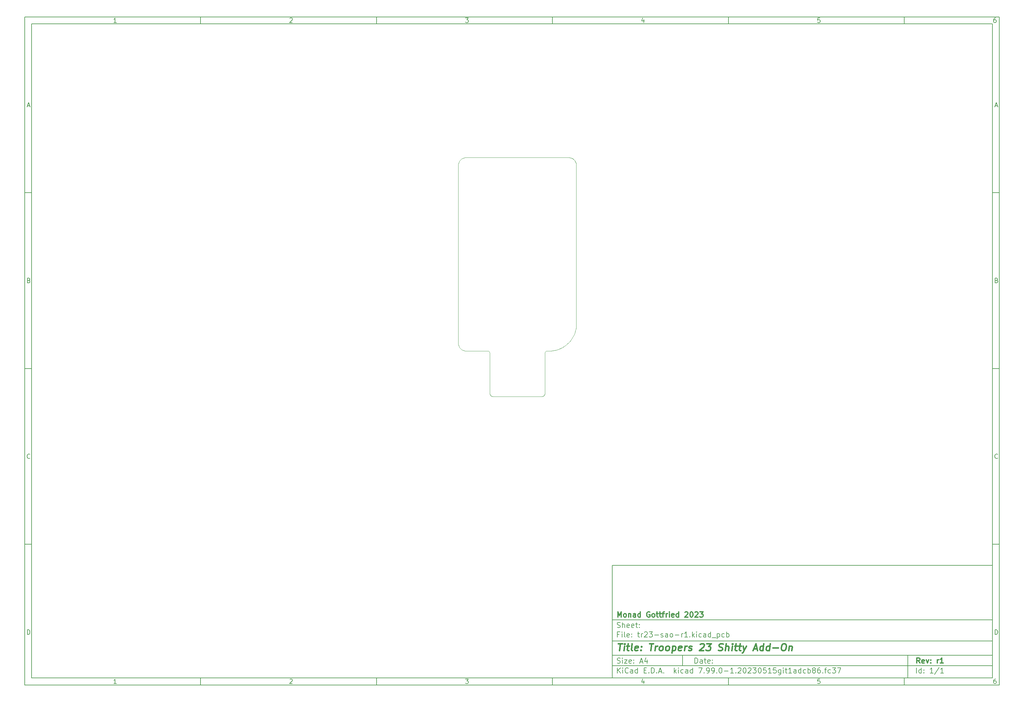
<source format=gbr>
G04 #@! TF.GenerationSoftware,KiCad,Pcbnew,7.99.0-1.20230515git1adcb86.fc37*
G04 #@! TF.CreationDate,2023-06-10T13:46:31+01:00*
G04 #@! TF.ProjectId,tr23-sao-r1,74723233-2d73-4616-9f2d-72312e6b6963,r1*
G04 #@! TF.SameCoordinates,Original*
G04 #@! TF.FileFunction,Profile,NP*
%FSLAX46Y46*%
G04 Gerber Fmt 4.6, Leading zero omitted, Abs format (unit mm)*
G04 Created by KiCad (PCBNEW 7.99.0-1.20230515git1adcb86.fc37) date 2023-06-10 13:46:31*
%MOMM*%
%LPD*%
G01*
G04 APERTURE LIST*
%ADD10C,0.100000*%
%ADD11C,0.150000*%
%ADD12C,0.300000*%
%ADD13C,0.400000*%
G04 #@! TA.AperFunction,Profile*
%ADD14C,0.100000*%
G04 #@! TD*
G04 APERTURE END LIST*
D10*
D11*
X177002200Y-166007200D02*
X285002200Y-166007200D01*
X285002200Y-198007200D01*
X177002200Y-198007200D01*
X177002200Y-166007200D01*
D10*
D11*
X10000000Y-10000000D02*
X287002200Y-10000000D01*
X287002200Y-200007200D01*
X10000000Y-200007200D01*
X10000000Y-10000000D01*
D10*
D11*
X12000000Y-12000000D02*
X285002200Y-12000000D01*
X285002200Y-198007200D01*
X12000000Y-198007200D01*
X12000000Y-12000000D01*
D10*
D11*
X60000000Y-12000000D02*
X60000000Y-10000000D01*
D10*
D11*
X110000000Y-12000000D02*
X110000000Y-10000000D01*
D10*
D11*
X160000000Y-12000000D02*
X160000000Y-10000000D01*
D10*
D11*
X210000000Y-12000000D02*
X210000000Y-10000000D01*
D10*
D11*
X260000000Y-12000000D02*
X260000000Y-10000000D01*
D10*
D11*
X36089160Y-11593604D02*
X35346303Y-11593604D01*
X35717731Y-11593604D02*
X35717731Y-10293604D01*
X35717731Y-10293604D02*
X35593922Y-10479319D01*
X35593922Y-10479319D02*
X35470112Y-10603128D01*
X35470112Y-10603128D02*
X35346303Y-10665033D01*
D10*
D11*
X85346303Y-10417414D02*
X85408207Y-10355509D01*
X85408207Y-10355509D02*
X85532017Y-10293604D01*
X85532017Y-10293604D02*
X85841541Y-10293604D01*
X85841541Y-10293604D02*
X85965350Y-10355509D01*
X85965350Y-10355509D02*
X86027255Y-10417414D01*
X86027255Y-10417414D02*
X86089160Y-10541223D01*
X86089160Y-10541223D02*
X86089160Y-10665033D01*
X86089160Y-10665033D02*
X86027255Y-10850747D01*
X86027255Y-10850747D02*
X85284398Y-11593604D01*
X85284398Y-11593604D02*
X86089160Y-11593604D01*
D10*
D11*
X135284398Y-10293604D02*
X136089160Y-10293604D01*
X136089160Y-10293604D02*
X135655826Y-10788842D01*
X135655826Y-10788842D02*
X135841541Y-10788842D01*
X135841541Y-10788842D02*
X135965350Y-10850747D01*
X135965350Y-10850747D02*
X136027255Y-10912652D01*
X136027255Y-10912652D02*
X136089160Y-11036461D01*
X136089160Y-11036461D02*
X136089160Y-11345985D01*
X136089160Y-11345985D02*
X136027255Y-11469795D01*
X136027255Y-11469795D02*
X135965350Y-11531700D01*
X135965350Y-11531700D02*
X135841541Y-11593604D01*
X135841541Y-11593604D02*
X135470112Y-11593604D01*
X135470112Y-11593604D02*
X135346303Y-11531700D01*
X135346303Y-11531700D02*
X135284398Y-11469795D01*
D10*
D11*
X185965350Y-10726938D02*
X185965350Y-11593604D01*
X185655826Y-10231700D02*
X185346303Y-11160271D01*
X185346303Y-11160271D02*
X186151064Y-11160271D01*
D10*
D11*
X236027255Y-10293604D02*
X235408207Y-10293604D01*
X235408207Y-10293604D02*
X235346303Y-10912652D01*
X235346303Y-10912652D02*
X235408207Y-10850747D01*
X235408207Y-10850747D02*
X235532017Y-10788842D01*
X235532017Y-10788842D02*
X235841541Y-10788842D01*
X235841541Y-10788842D02*
X235965350Y-10850747D01*
X235965350Y-10850747D02*
X236027255Y-10912652D01*
X236027255Y-10912652D02*
X236089160Y-11036461D01*
X236089160Y-11036461D02*
X236089160Y-11345985D01*
X236089160Y-11345985D02*
X236027255Y-11469795D01*
X236027255Y-11469795D02*
X235965350Y-11531700D01*
X235965350Y-11531700D02*
X235841541Y-11593604D01*
X235841541Y-11593604D02*
X235532017Y-11593604D01*
X235532017Y-11593604D02*
X235408207Y-11531700D01*
X235408207Y-11531700D02*
X235346303Y-11469795D01*
D10*
D11*
X285965350Y-10293604D02*
X285717731Y-10293604D01*
X285717731Y-10293604D02*
X285593922Y-10355509D01*
X285593922Y-10355509D02*
X285532017Y-10417414D01*
X285532017Y-10417414D02*
X285408207Y-10603128D01*
X285408207Y-10603128D02*
X285346303Y-10850747D01*
X285346303Y-10850747D02*
X285346303Y-11345985D01*
X285346303Y-11345985D02*
X285408207Y-11469795D01*
X285408207Y-11469795D02*
X285470112Y-11531700D01*
X285470112Y-11531700D02*
X285593922Y-11593604D01*
X285593922Y-11593604D02*
X285841541Y-11593604D01*
X285841541Y-11593604D02*
X285965350Y-11531700D01*
X285965350Y-11531700D02*
X286027255Y-11469795D01*
X286027255Y-11469795D02*
X286089160Y-11345985D01*
X286089160Y-11345985D02*
X286089160Y-11036461D01*
X286089160Y-11036461D02*
X286027255Y-10912652D01*
X286027255Y-10912652D02*
X285965350Y-10850747D01*
X285965350Y-10850747D02*
X285841541Y-10788842D01*
X285841541Y-10788842D02*
X285593922Y-10788842D01*
X285593922Y-10788842D02*
X285470112Y-10850747D01*
X285470112Y-10850747D02*
X285408207Y-10912652D01*
X285408207Y-10912652D02*
X285346303Y-11036461D01*
D10*
D11*
X60000000Y-198007200D02*
X60000000Y-200007200D01*
D10*
D11*
X110000000Y-198007200D02*
X110000000Y-200007200D01*
D10*
D11*
X160000000Y-198007200D02*
X160000000Y-200007200D01*
D10*
D11*
X210000000Y-198007200D02*
X210000000Y-200007200D01*
D10*
D11*
X260000000Y-198007200D02*
X260000000Y-200007200D01*
D10*
D11*
X36089160Y-199600804D02*
X35346303Y-199600804D01*
X35717731Y-199600804D02*
X35717731Y-198300804D01*
X35717731Y-198300804D02*
X35593922Y-198486519D01*
X35593922Y-198486519D02*
X35470112Y-198610328D01*
X35470112Y-198610328D02*
X35346303Y-198672233D01*
D10*
D11*
X85346303Y-198424614D02*
X85408207Y-198362709D01*
X85408207Y-198362709D02*
X85532017Y-198300804D01*
X85532017Y-198300804D02*
X85841541Y-198300804D01*
X85841541Y-198300804D02*
X85965350Y-198362709D01*
X85965350Y-198362709D02*
X86027255Y-198424614D01*
X86027255Y-198424614D02*
X86089160Y-198548423D01*
X86089160Y-198548423D02*
X86089160Y-198672233D01*
X86089160Y-198672233D02*
X86027255Y-198857947D01*
X86027255Y-198857947D02*
X85284398Y-199600804D01*
X85284398Y-199600804D02*
X86089160Y-199600804D01*
D10*
D11*
X135284398Y-198300804D02*
X136089160Y-198300804D01*
X136089160Y-198300804D02*
X135655826Y-198796042D01*
X135655826Y-198796042D02*
X135841541Y-198796042D01*
X135841541Y-198796042D02*
X135965350Y-198857947D01*
X135965350Y-198857947D02*
X136027255Y-198919852D01*
X136027255Y-198919852D02*
X136089160Y-199043661D01*
X136089160Y-199043661D02*
X136089160Y-199353185D01*
X136089160Y-199353185D02*
X136027255Y-199476995D01*
X136027255Y-199476995D02*
X135965350Y-199538900D01*
X135965350Y-199538900D02*
X135841541Y-199600804D01*
X135841541Y-199600804D02*
X135470112Y-199600804D01*
X135470112Y-199600804D02*
X135346303Y-199538900D01*
X135346303Y-199538900D02*
X135284398Y-199476995D01*
D10*
D11*
X185965350Y-198734138D02*
X185965350Y-199600804D01*
X185655826Y-198238900D02*
X185346303Y-199167471D01*
X185346303Y-199167471D02*
X186151064Y-199167471D01*
D10*
D11*
X236027255Y-198300804D02*
X235408207Y-198300804D01*
X235408207Y-198300804D02*
X235346303Y-198919852D01*
X235346303Y-198919852D02*
X235408207Y-198857947D01*
X235408207Y-198857947D02*
X235532017Y-198796042D01*
X235532017Y-198796042D02*
X235841541Y-198796042D01*
X235841541Y-198796042D02*
X235965350Y-198857947D01*
X235965350Y-198857947D02*
X236027255Y-198919852D01*
X236027255Y-198919852D02*
X236089160Y-199043661D01*
X236089160Y-199043661D02*
X236089160Y-199353185D01*
X236089160Y-199353185D02*
X236027255Y-199476995D01*
X236027255Y-199476995D02*
X235965350Y-199538900D01*
X235965350Y-199538900D02*
X235841541Y-199600804D01*
X235841541Y-199600804D02*
X235532017Y-199600804D01*
X235532017Y-199600804D02*
X235408207Y-199538900D01*
X235408207Y-199538900D02*
X235346303Y-199476995D01*
D10*
D11*
X285965350Y-198300804D02*
X285717731Y-198300804D01*
X285717731Y-198300804D02*
X285593922Y-198362709D01*
X285593922Y-198362709D02*
X285532017Y-198424614D01*
X285532017Y-198424614D02*
X285408207Y-198610328D01*
X285408207Y-198610328D02*
X285346303Y-198857947D01*
X285346303Y-198857947D02*
X285346303Y-199353185D01*
X285346303Y-199353185D02*
X285408207Y-199476995D01*
X285408207Y-199476995D02*
X285470112Y-199538900D01*
X285470112Y-199538900D02*
X285593922Y-199600804D01*
X285593922Y-199600804D02*
X285841541Y-199600804D01*
X285841541Y-199600804D02*
X285965350Y-199538900D01*
X285965350Y-199538900D02*
X286027255Y-199476995D01*
X286027255Y-199476995D02*
X286089160Y-199353185D01*
X286089160Y-199353185D02*
X286089160Y-199043661D01*
X286089160Y-199043661D02*
X286027255Y-198919852D01*
X286027255Y-198919852D02*
X285965350Y-198857947D01*
X285965350Y-198857947D02*
X285841541Y-198796042D01*
X285841541Y-198796042D02*
X285593922Y-198796042D01*
X285593922Y-198796042D02*
X285470112Y-198857947D01*
X285470112Y-198857947D02*
X285408207Y-198919852D01*
X285408207Y-198919852D02*
X285346303Y-199043661D01*
D10*
D11*
X10000000Y-60000000D02*
X12000000Y-60000000D01*
D10*
D11*
X10000000Y-110000000D02*
X12000000Y-110000000D01*
D10*
D11*
X10000000Y-160000000D02*
X12000000Y-160000000D01*
D10*
D11*
X10789160Y-35222176D02*
X11408207Y-35222176D01*
X10665350Y-35593604D02*
X11098683Y-34293604D01*
X11098683Y-34293604D02*
X11532017Y-35593604D01*
D10*
D11*
X11191541Y-84912652D02*
X11377255Y-84974557D01*
X11377255Y-84974557D02*
X11439160Y-85036461D01*
X11439160Y-85036461D02*
X11501064Y-85160271D01*
X11501064Y-85160271D02*
X11501064Y-85345985D01*
X11501064Y-85345985D02*
X11439160Y-85469795D01*
X11439160Y-85469795D02*
X11377255Y-85531700D01*
X11377255Y-85531700D02*
X11253445Y-85593604D01*
X11253445Y-85593604D02*
X10758207Y-85593604D01*
X10758207Y-85593604D02*
X10758207Y-84293604D01*
X10758207Y-84293604D02*
X11191541Y-84293604D01*
X11191541Y-84293604D02*
X11315350Y-84355509D01*
X11315350Y-84355509D02*
X11377255Y-84417414D01*
X11377255Y-84417414D02*
X11439160Y-84541223D01*
X11439160Y-84541223D02*
X11439160Y-84665033D01*
X11439160Y-84665033D02*
X11377255Y-84788842D01*
X11377255Y-84788842D02*
X11315350Y-84850747D01*
X11315350Y-84850747D02*
X11191541Y-84912652D01*
X11191541Y-84912652D02*
X10758207Y-84912652D01*
D10*
D11*
X11501064Y-135469795D02*
X11439160Y-135531700D01*
X11439160Y-135531700D02*
X11253445Y-135593604D01*
X11253445Y-135593604D02*
X11129636Y-135593604D01*
X11129636Y-135593604D02*
X10943922Y-135531700D01*
X10943922Y-135531700D02*
X10820112Y-135407890D01*
X10820112Y-135407890D02*
X10758207Y-135284080D01*
X10758207Y-135284080D02*
X10696303Y-135036461D01*
X10696303Y-135036461D02*
X10696303Y-134850747D01*
X10696303Y-134850747D02*
X10758207Y-134603128D01*
X10758207Y-134603128D02*
X10820112Y-134479319D01*
X10820112Y-134479319D02*
X10943922Y-134355509D01*
X10943922Y-134355509D02*
X11129636Y-134293604D01*
X11129636Y-134293604D02*
X11253445Y-134293604D01*
X11253445Y-134293604D02*
X11439160Y-134355509D01*
X11439160Y-134355509D02*
X11501064Y-134417414D01*
D10*
D11*
X10758207Y-185593604D02*
X10758207Y-184293604D01*
X10758207Y-184293604D02*
X11067731Y-184293604D01*
X11067731Y-184293604D02*
X11253445Y-184355509D01*
X11253445Y-184355509D02*
X11377255Y-184479319D01*
X11377255Y-184479319D02*
X11439160Y-184603128D01*
X11439160Y-184603128D02*
X11501064Y-184850747D01*
X11501064Y-184850747D02*
X11501064Y-185036461D01*
X11501064Y-185036461D02*
X11439160Y-185284080D01*
X11439160Y-185284080D02*
X11377255Y-185407890D01*
X11377255Y-185407890D02*
X11253445Y-185531700D01*
X11253445Y-185531700D02*
X11067731Y-185593604D01*
X11067731Y-185593604D02*
X10758207Y-185593604D01*
D10*
D11*
X287002200Y-60000000D02*
X285002200Y-60000000D01*
D10*
D11*
X287002200Y-110000000D02*
X285002200Y-110000000D01*
D10*
D11*
X287002200Y-160000000D02*
X285002200Y-160000000D01*
D10*
D11*
X285791360Y-35222176D02*
X286410407Y-35222176D01*
X285667550Y-35593604D02*
X286100883Y-34293604D01*
X286100883Y-34293604D02*
X286534217Y-35593604D01*
D10*
D11*
X286193741Y-84912652D02*
X286379455Y-84974557D01*
X286379455Y-84974557D02*
X286441360Y-85036461D01*
X286441360Y-85036461D02*
X286503264Y-85160271D01*
X286503264Y-85160271D02*
X286503264Y-85345985D01*
X286503264Y-85345985D02*
X286441360Y-85469795D01*
X286441360Y-85469795D02*
X286379455Y-85531700D01*
X286379455Y-85531700D02*
X286255645Y-85593604D01*
X286255645Y-85593604D02*
X285760407Y-85593604D01*
X285760407Y-85593604D02*
X285760407Y-84293604D01*
X285760407Y-84293604D02*
X286193741Y-84293604D01*
X286193741Y-84293604D02*
X286317550Y-84355509D01*
X286317550Y-84355509D02*
X286379455Y-84417414D01*
X286379455Y-84417414D02*
X286441360Y-84541223D01*
X286441360Y-84541223D02*
X286441360Y-84665033D01*
X286441360Y-84665033D02*
X286379455Y-84788842D01*
X286379455Y-84788842D02*
X286317550Y-84850747D01*
X286317550Y-84850747D02*
X286193741Y-84912652D01*
X286193741Y-84912652D02*
X285760407Y-84912652D01*
D10*
D11*
X286503264Y-135469795D02*
X286441360Y-135531700D01*
X286441360Y-135531700D02*
X286255645Y-135593604D01*
X286255645Y-135593604D02*
X286131836Y-135593604D01*
X286131836Y-135593604D02*
X285946122Y-135531700D01*
X285946122Y-135531700D02*
X285822312Y-135407890D01*
X285822312Y-135407890D02*
X285760407Y-135284080D01*
X285760407Y-135284080D02*
X285698503Y-135036461D01*
X285698503Y-135036461D02*
X285698503Y-134850747D01*
X285698503Y-134850747D02*
X285760407Y-134603128D01*
X285760407Y-134603128D02*
X285822312Y-134479319D01*
X285822312Y-134479319D02*
X285946122Y-134355509D01*
X285946122Y-134355509D02*
X286131836Y-134293604D01*
X286131836Y-134293604D02*
X286255645Y-134293604D01*
X286255645Y-134293604D02*
X286441360Y-134355509D01*
X286441360Y-134355509D02*
X286503264Y-134417414D01*
D10*
D11*
X285760407Y-185593604D02*
X285760407Y-184293604D01*
X285760407Y-184293604D02*
X286069931Y-184293604D01*
X286069931Y-184293604D02*
X286255645Y-184355509D01*
X286255645Y-184355509D02*
X286379455Y-184479319D01*
X286379455Y-184479319D02*
X286441360Y-184603128D01*
X286441360Y-184603128D02*
X286503264Y-184850747D01*
X286503264Y-184850747D02*
X286503264Y-185036461D01*
X286503264Y-185036461D02*
X286441360Y-185284080D01*
X286441360Y-185284080D02*
X286379455Y-185407890D01*
X286379455Y-185407890D02*
X286255645Y-185531700D01*
X286255645Y-185531700D02*
X286069931Y-185593604D01*
X286069931Y-185593604D02*
X285760407Y-185593604D01*
D10*
D11*
X200458026Y-193793328D02*
X200458026Y-192293328D01*
X200458026Y-192293328D02*
X200815169Y-192293328D01*
X200815169Y-192293328D02*
X201029455Y-192364757D01*
X201029455Y-192364757D02*
X201172312Y-192507614D01*
X201172312Y-192507614D02*
X201243741Y-192650471D01*
X201243741Y-192650471D02*
X201315169Y-192936185D01*
X201315169Y-192936185D02*
X201315169Y-193150471D01*
X201315169Y-193150471D02*
X201243741Y-193436185D01*
X201243741Y-193436185D02*
X201172312Y-193579042D01*
X201172312Y-193579042D02*
X201029455Y-193721900D01*
X201029455Y-193721900D02*
X200815169Y-193793328D01*
X200815169Y-193793328D02*
X200458026Y-193793328D01*
X202600884Y-193793328D02*
X202600884Y-193007614D01*
X202600884Y-193007614D02*
X202529455Y-192864757D01*
X202529455Y-192864757D02*
X202386598Y-192793328D01*
X202386598Y-192793328D02*
X202100884Y-192793328D01*
X202100884Y-192793328D02*
X201958026Y-192864757D01*
X202600884Y-193721900D02*
X202458026Y-193793328D01*
X202458026Y-193793328D02*
X202100884Y-193793328D01*
X202100884Y-193793328D02*
X201958026Y-193721900D01*
X201958026Y-193721900D02*
X201886598Y-193579042D01*
X201886598Y-193579042D02*
X201886598Y-193436185D01*
X201886598Y-193436185D02*
X201958026Y-193293328D01*
X201958026Y-193293328D02*
X202100884Y-193221900D01*
X202100884Y-193221900D02*
X202458026Y-193221900D01*
X202458026Y-193221900D02*
X202600884Y-193150471D01*
X203100884Y-192793328D02*
X203672312Y-192793328D01*
X203315169Y-192293328D02*
X203315169Y-193579042D01*
X203315169Y-193579042D02*
X203386598Y-193721900D01*
X203386598Y-193721900D02*
X203529455Y-193793328D01*
X203529455Y-193793328D02*
X203672312Y-193793328D01*
X204743741Y-193721900D02*
X204600884Y-193793328D01*
X204600884Y-193793328D02*
X204315170Y-193793328D01*
X204315170Y-193793328D02*
X204172312Y-193721900D01*
X204172312Y-193721900D02*
X204100884Y-193579042D01*
X204100884Y-193579042D02*
X204100884Y-193007614D01*
X204100884Y-193007614D02*
X204172312Y-192864757D01*
X204172312Y-192864757D02*
X204315170Y-192793328D01*
X204315170Y-192793328D02*
X204600884Y-192793328D01*
X204600884Y-192793328D02*
X204743741Y-192864757D01*
X204743741Y-192864757D02*
X204815170Y-193007614D01*
X204815170Y-193007614D02*
X204815170Y-193150471D01*
X204815170Y-193150471D02*
X204100884Y-193293328D01*
X205458026Y-193650471D02*
X205529455Y-193721900D01*
X205529455Y-193721900D02*
X205458026Y-193793328D01*
X205458026Y-193793328D02*
X205386598Y-193721900D01*
X205386598Y-193721900D02*
X205458026Y-193650471D01*
X205458026Y-193650471D02*
X205458026Y-193793328D01*
X205458026Y-192864757D02*
X205529455Y-192936185D01*
X205529455Y-192936185D02*
X205458026Y-193007614D01*
X205458026Y-193007614D02*
X205386598Y-192936185D01*
X205386598Y-192936185D02*
X205458026Y-192864757D01*
X205458026Y-192864757D02*
X205458026Y-193007614D01*
D10*
D11*
X177002200Y-194507200D02*
X285002200Y-194507200D01*
D10*
D11*
X178458026Y-196593328D02*
X178458026Y-195093328D01*
X179315169Y-196593328D02*
X178672312Y-195736185D01*
X179315169Y-195093328D02*
X178458026Y-195950471D01*
X179958026Y-196593328D02*
X179958026Y-195593328D01*
X179958026Y-195093328D02*
X179886598Y-195164757D01*
X179886598Y-195164757D02*
X179958026Y-195236185D01*
X179958026Y-195236185D02*
X180029455Y-195164757D01*
X180029455Y-195164757D02*
X179958026Y-195093328D01*
X179958026Y-195093328D02*
X179958026Y-195236185D01*
X181529455Y-196450471D02*
X181458027Y-196521900D01*
X181458027Y-196521900D02*
X181243741Y-196593328D01*
X181243741Y-196593328D02*
X181100884Y-196593328D01*
X181100884Y-196593328D02*
X180886598Y-196521900D01*
X180886598Y-196521900D02*
X180743741Y-196379042D01*
X180743741Y-196379042D02*
X180672312Y-196236185D01*
X180672312Y-196236185D02*
X180600884Y-195950471D01*
X180600884Y-195950471D02*
X180600884Y-195736185D01*
X180600884Y-195736185D02*
X180672312Y-195450471D01*
X180672312Y-195450471D02*
X180743741Y-195307614D01*
X180743741Y-195307614D02*
X180886598Y-195164757D01*
X180886598Y-195164757D02*
X181100884Y-195093328D01*
X181100884Y-195093328D02*
X181243741Y-195093328D01*
X181243741Y-195093328D02*
X181458027Y-195164757D01*
X181458027Y-195164757D02*
X181529455Y-195236185D01*
X182815170Y-196593328D02*
X182815170Y-195807614D01*
X182815170Y-195807614D02*
X182743741Y-195664757D01*
X182743741Y-195664757D02*
X182600884Y-195593328D01*
X182600884Y-195593328D02*
X182315170Y-195593328D01*
X182315170Y-195593328D02*
X182172312Y-195664757D01*
X182815170Y-196521900D02*
X182672312Y-196593328D01*
X182672312Y-196593328D02*
X182315170Y-196593328D01*
X182315170Y-196593328D02*
X182172312Y-196521900D01*
X182172312Y-196521900D02*
X182100884Y-196379042D01*
X182100884Y-196379042D02*
X182100884Y-196236185D01*
X182100884Y-196236185D02*
X182172312Y-196093328D01*
X182172312Y-196093328D02*
X182315170Y-196021900D01*
X182315170Y-196021900D02*
X182672312Y-196021900D01*
X182672312Y-196021900D02*
X182815170Y-195950471D01*
X184172313Y-196593328D02*
X184172313Y-195093328D01*
X184172313Y-196521900D02*
X184029455Y-196593328D01*
X184029455Y-196593328D02*
X183743741Y-196593328D01*
X183743741Y-196593328D02*
X183600884Y-196521900D01*
X183600884Y-196521900D02*
X183529455Y-196450471D01*
X183529455Y-196450471D02*
X183458027Y-196307614D01*
X183458027Y-196307614D02*
X183458027Y-195879042D01*
X183458027Y-195879042D02*
X183529455Y-195736185D01*
X183529455Y-195736185D02*
X183600884Y-195664757D01*
X183600884Y-195664757D02*
X183743741Y-195593328D01*
X183743741Y-195593328D02*
X184029455Y-195593328D01*
X184029455Y-195593328D02*
X184172313Y-195664757D01*
X186029455Y-195807614D02*
X186529455Y-195807614D01*
X186743741Y-196593328D02*
X186029455Y-196593328D01*
X186029455Y-196593328D02*
X186029455Y-195093328D01*
X186029455Y-195093328D02*
X186743741Y-195093328D01*
X187386598Y-196450471D02*
X187458027Y-196521900D01*
X187458027Y-196521900D02*
X187386598Y-196593328D01*
X187386598Y-196593328D02*
X187315170Y-196521900D01*
X187315170Y-196521900D02*
X187386598Y-196450471D01*
X187386598Y-196450471D02*
X187386598Y-196593328D01*
X188100884Y-196593328D02*
X188100884Y-195093328D01*
X188100884Y-195093328D02*
X188458027Y-195093328D01*
X188458027Y-195093328D02*
X188672313Y-195164757D01*
X188672313Y-195164757D02*
X188815170Y-195307614D01*
X188815170Y-195307614D02*
X188886599Y-195450471D01*
X188886599Y-195450471D02*
X188958027Y-195736185D01*
X188958027Y-195736185D02*
X188958027Y-195950471D01*
X188958027Y-195950471D02*
X188886599Y-196236185D01*
X188886599Y-196236185D02*
X188815170Y-196379042D01*
X188815170Y-196379042D02*
X188672313Y-196521900D01*
X188672313Y-196521900D02*
X188458027Y-196593328D01*
X188458027Y-196593328D02*
X188100884Y-196593328D01*
X189600884Y-196450471D02*
X189672313Y-196521900D01*
X189672313Y-196521900D02*
X189600884Y-196593328D01*
X189600884Y-196593328D02*
X189529456Y-196521900D01*
X189529456Y-196521900D02*
X189600884Y-196450471D01*
X189600884Y-196450471D02*
X189600884Y-196593328D01*
X190243742Y-196164757D02*
X190958028Y-196164757D01*
X190100885Y-196593328D02*
X190600885Y-195093328D01*
X190600885Y-195093328D02*
X191100885Y-196593328D01*
X191600884Y-196450471D02*
X191672313Y-196521900D01*
X191672313Y-196521900D02*
X191600884Y-196593328D01*
X191600884Y-196593328D02*
X191529456Y-196521900D01*
X191529456Y-196521900D02*
X191600884Y-196450471D01*
X191600884Y-196450471D02*
X191600884Y-196593328D01*
X194600884Y-196593328D02*
X194600884Y-195093328D01*
X194743742Y-196021900D02*
X195172313Y-196593328D01*
X195172313Y-195593328D02*
X194600884Y-196164757D01*
X195815170Y-196593328D02*
X195815170Y-195593328D01*
X195815170Y-195093328D02*
X195743742Y-195164757D01*
X195743742Y-195164757D02*
X195815170Y-195236185D01*
X195815170Y-195236185D02*
X195886599Y-195164757D01*
X195886599Y-195164757D02*
X195815170Y-195093328D01*
X195815170Y-195093328D02*
X195815170Y-195236185D01*
X197172314Y-196521900D02*
X197029456Y-196593328D01*
X197029456Y-196593328D02*
X196743742Y-196593328D01*
X196743742Y-196593328D02*
X196600885Y-196521900D01*
X196600885Y-196521900D02*
X196529456Y-196450471D01*
X196529456Y-196450471D02*
X196458028Y-196307614D01*
X196458028Y-196307614D02*
X196458028Y-195879042D01*
X196458028Y-195879042D02*
X196529456Y-195736185D01*
X196529456Y-195736185D02*
X196600885Y-195664757D01*
X196600885Y-195664757D02*
X196743742Y-195593328D01*
X196743742Y-195593328D02*
X197029456Y-195593328D01*
X197029456Y-195593328D02*
X197172314Y-195664757D01*
X198458028Y-196593328D02*
X198458028Y-195807614D01*
X198458028Y-195807614D02*
X198386599Y-195664757D01*
X198386599Y-195664757D02*
X198243742Y-195593328D01*
X198243742Y-195593328D02*
X197958028Y-195593328D01*
X197958028Y-195593328D02*
X197815170Y-195664757D01*
X198458028Y-196521900D02*
X198315170Y-196593328D01*
X198315170Y-196593328D02*
X197958028Y-196593328D01*
X197958028Y-196593328D02*
X197815170Y-196521900D01*
X197815170Y-196521900D02*
X197743742Y-196379042D01*
X197743742Y-196379042D02*
X197743742Y-196236185D01*
X197743742Y-196236185D02*
X197815170Y-196093328D01*
X197815170Y-196093328D02*
X197958028Y-196021900D01*
X197958028Y-196021900D02*
X198315170Y-196021900D01*
X198315170Y-196021900D02*
X198458028Y-195950471D01*
X199815171Y-196593328D02*
X199815171Y-195093328D01*
X199815171Y-196521900D02*
X199672313Y-196593328D01*
X199672313Y-196593328D02*
X199386599Y-196593328D01*
X199386599Y-196593328D02*
X199243742Y-196521900D01*
X199243742Y-196521900D02*
X199172313Y-196450471D01*
X199172313Y-196450471D02*
X199100885Y-196307614D01*
X199100885Y-196307614D02*
X199100885Y-195879042D01*
X199100885Y-195879042D02*
X199172313Y-195736185D01*
X199172313Y-195736185D02*
X199243742Y-195664757D01*
X199243742Y-195664757D02*
X199386599Y-195593328D01*
X199386599Y-195593328D02*
X199672313Y-195593328D01*
X199672313Y-195593328D02*
X199815171Y-195664757D01*
X201529456Y-195093328D02*
X202529456Y-195093328D01*
X202529456Y-195093328D02*
X201886599Y-196593328D01*
X203100884Y-196450471D02*
X203172313Y-196521900D01*
X203172313Y-196521900D02*
X203100884Y-196593328D01*
X203100884Y-196593328D02*
X203029456Y-196521900D01*
X203029456Y-196521900D02*
X203100884Y-196450471D01*
X203100884Y-196450471D02*
X203100884Y-196593328D01*
X203886599Y-196593328D02*
X204172313Y-196593328D01*
X204172313Y-196593328D02*
X204315170Y-196521900D01*
X204315170Y-196521900D02*
X204386599Y-196450471D01*
X204386599Y-196450471D02*
X204529456Y-196236185D01*
X204529456Y-196236185D02*
X204600885Y-195950471D01*
X204600885Y-195950471D02*
X204600885Y-195379042D01*
X204600885Y-195379042D02*
X204529456Y-195236185D01*
X204529456Y-195236185D02*
X204458028Y-195164757D01*
X204458028Y-195164757D02*
X204315170Y-195093328D01*
X204315170Y-195093328D02*
X204029456Y-195093328D01*
X204029456Y-195093328D02*
X203886599Y-195164757D01*
X203886599Y-195164757D02*
X203815170Y-195236185D01*
X203815170Y-195236185D02*
X203743742Y-195379042D01*
X203743742Y-195379042D02*
X203743742Y-195736185D01*
X203743742Y-195736185D02*
X203815170Y-195879042D01*
X203815170Y-195879042D02*
X203886599Y-195950471D01*
X203886599Y-195950471D02*
X204029456Y-196021900D01*
X204029456Y-196021900D02*
X204315170Y-196021900D01*
X204315170Y-196021900D02*
X204458028Y-195950471D01*
X204458028Y-195950471D02*
X204529456Y-195879042D01*
X204529456Y-195879042D02*
X204600885Y-195736185D01*
X205315170Y-196593328D02*
X205600884Y-196593328D01*
X205600884Y-196593328D02*
X205743741Y-196521900D01*
X205743741Y-196521900D02*
X205815170Y-196450471D01*
X205815170Y-196450471D02*
X205958027Y-196236185D01*
X205958027Y-196236185D02*
X206029456Y-195950471D01*
X206029456Y-195950471D02*
X206029456Y-195379042D01*
X206029456Y-195379042D02*
X205958027Y-195236185D01*
X205958027Y-195236185D02*
X205886599Y-195164757D01*
X205886599Y-195164757D02*
X205743741Y-195093328D01*
X205743741Y-195093328D02*
X205458027Y-195093328D01*
X205458027Y-195093328D02*
X205315170Y-195164757D01*
X205315170Y-195164757D02*
X205243741Y-195236185D01*
X205243741Y-195236185D02*
X205172313Y-195379042D01*
X205172313Y-195379042D02*
X205172313Y-195736185D01*
X205172313Y-195736185D02*
X205243741Y-195879042D01*
X205243741Y-195879042D02*
X205315170Y-195950471D01*
X205315170Y-195950471D02*
X205458027Y-196021900D01*
X205458027Y-196021900D02*
X205743741Y-196021900D01*
X205743741Y-196021900D02*
X205886599Y-195950471D01*
X205886599Y-195950471D02*
X205958027Y-195879042D01*
X205958027Y-195879042D02*
X206029456Y-195736185D01*
X206672312Y-196450471D02*
X206743741Y-196521900D01*
X206743741Y-196521900D02*
X206672312Y-196593328D01*
X206672312Y-196593328D02*
X206600884Y-196521900D01*
X206600884Y-196521900D02*
X206672312Y-196450471D01*
X206672312Y-196450471D02*
X206672312Y-196593328D01*
X207672313Y-195093328D02*
X207815170Y-195093328D01*
X207815170Y-195093328D02*
X207958027Y-195164757D01*
X207958027Y-195164757D02*
X208029456Y-195236185D01*
X208029456Y-195236185D02*
X208100884Y-195379042D01*
X208100884Y-195379042D02*
X208172313Y-195664757D01*
X208172313Y-195664757D02*
X208172313Y-196021900D01*
X208172313Y-196021900D02*
X208100884Y-196307614D01*
X208100884Y-196307614D02*
X208029456Y-196450471D01*
X208029456Y-196450471D02*
X207958027Y-196521900D01*
X207958027Y-196521900D02*
X207815170Y-196593328D01*
X207815170Y-196593328D02*
X207672313Y-196593328D01*
X207672313Y-196593328D02*
X207529456Y-196521900D01*
X207529456Y-196521900D02*
X207458027Y-196450471D01*
X207458027Y-196450471D02*
X207386598Y-196307614D01*
X207386598Y-196307614D02*
X207315170Y-196021900D01*
X207315170Y-196021900D02*
X207315170Y-195664757D01*
X207315170Y-195664757D02*
X207386598Y-195379042D01*
X207386598Y-195379042D02*
X207458027Y-195236185D01*
X207458027Y-195236185D02*
X207529456Y-195164757D01*
X207529456Y-195164757D02*
X207672313Y-195093328D01*
X208815169Y-196021900D02*
X209958027Y-196021900D01*
X211458027Y-196593328D02*
X210600884Y-196593328D01*
X211029455Y-196593328D02*
X211029455Y-195093328D01*
X211029455Y-195093328D02*
X210886598Y-195307614D01*
X210886598Y-195307614D02*
X210743741Y-195450471D01*
X210743741Y-195450471D02*
X210600884Y-195521900D01*
X212100883Y-196450471D02*
X212172312Y-196521900D01*
X212172312Y-196521900D02*
X212100883Y-196593328D01*
X212100883Y-196593328D02*
X212029455Y-196521900D01*
X212029455Y-196521900D02*
X212100883Y-196450471D01*
X212100883Y-196450471D02*
X212100883Y-196593328D01*
X212743741Y-195236185D02*
X212815169Y-195164757D01*
X212815169Y-195164757D02*
X212958027Y-195093328D01*
X212958027Y-195093328D02*
X213315169Y-195093328D01*
X213315169Y-195093328D02*
X213458027Y-195164757D01*
X213458027Y-195164757D02*
X213529455Y-195236185D01*
X213529455Y-195236185D02*
X213600884Y-195379042D01*
X213600884Y-195379042D02*
X213600884Y-195521900D01*
X213600884Y-195521900D02*
X213529455Y-195736185D01*
X213529455Y-195736185D02*
X212672312Y-196593328D01*
X212672312Y-196593328D02*
X213600884Y-196593328D01*
X214529455Y-195093328D02*
X214672312Y-195093328D01*
X214672312Y-195093328D02*
X214815169Y-195164757D01*
X214815169Y-195164757D02*
X214886598Y-195236185D01*
X214886598Y-195236185D02*
X214958026Y-195379042D01*
X214958026Y-195379042D02*
X215029455Y-195664757D01*
X215029455Y-195664757D02*
X215029455Y-196021900D01*
X215029455Y-196021900D02*
X214958026Y-196307614D01*
X214958026Y-196307614D02*
X214886598Y-196450471D01*
X214886598Y-196450471D02*
X214815169Y-196521900D01*
X214815169Y-196521900D02*
X214672312Y-196593328D01*
X214672312Y-196593328D02*
X214529455Y-196593328D01*
X214529455Y-196593328D02*
X214386598Y-196521900D01*
X214386598Y-196521900D02*
X214315169Y-196450471D01*
X214315169Y-196450471D02*
X214243740Y-196307614D01*
X214243740Y-196307614D02*
X214172312Y-196021900D01*
X214172312Y-196021900D02*
X214172312Y-195664757D01*
X214172312Y-195664757D02*
X214243740Y-195379042D01*
X214243740Y-195379042D02*
X214315169Y-195236185D01*
X214315169Y-195236185D02*
X214386598Y-195164757D01*
X214386598Y-195164757D02*
X214529455Y-195093328D01*
X215600883Y-195236185D02*
X215672311Y-195164757D01*
X215672311Y-195164757D02*
X215815169Y-195093328D01*
X215815169Y-195093328D02*
X216172311Y-195093328D01*
X216172311Y-195093328D02*
X216315169Y-195164757D01*
X216315169Y-195164757D02*
X216386597Y-195236185D01*
X216386597Y-195236185D02*
X216458026Y-195379042D01*
X216458026Y-195379042D02*
X216458026Y-195521900D01*
X216458026Y-195521900D02*
X216386597Y-195736185D01*
X216386597Y-195736185D02*
X215529454Y-196593328D01*
X215529454Y-196593328D02*
X216458026Y-196593328D01*
X216958025Y-195093328D02*
X217886597Y-195093328D01*
X217886597Y-195093328D02*
X217386597Y-195664757D01*
X217386597Y-195664757D02*
X217600882Y-195664757D01*
X217600882Y-195664757D02*
X217743740Y-195736185D01*
X217743740Y-195736185D02*
X217815168Y-195807614D01*
X217815168Y-195807614D02*
X217886597Y-195950471D01*
X217886597Y-195950471D02*
X217886597Y-196307614D01*
X217886597Y-196307614D02*
X217815168Y-196450471D01*
X217815168Y-196450471D02*
X217743740Y-196521900D01*
X217743740Y-196521900D02*
X217600882Y-196593328D01*
X217600882Y-196593328D02*
X217172311Y-196593328D01*
X217172311Y-196593328D02*
X217029454Y-196521900D01*
X217029454Y-196521900D02*
X216958025Y-196450471D01*
X218815168Y-195093328D02*
X218958025Y-195093328D01*
X218958025Y-195093328D02*
X219100882Y-195164757D01*
X219100882Y-195164757D02*
X219172311Y-195236185D01*
X219172311Y-195236185D02*
X219243739Y-195379042D01*
X219243739Y-195379042D02*
X219315168Y-195664757D01*
X219315168Y-195664757D02*
X219315168Y-196021900D01*
X219315168Y-196021900D02*
X219243739Y-196307614D01*
X219243739Y-196307614D02*
X219172311Y-196450471D01*
X219172311Y-196450471D02*
X219100882Y-196521900D01*
X219100882Y-196521900D02*
X218958025Y-196593328D01*
X218958025Y-196593328D02*
X218815168Y-196593328D01*
X218815168Y-196593328D02*
X218672311Y-196521900D01*
X218672311Y-196521900D02*
X218600882Y-196450471D01*
X218600882Y-196450471D02*
X218529453Y-196307614D01*
X218529453Y-196307614D02*
X218458025Y-196021900D01*
X218458025Y-196021900D02*
X218458025Y-195664757D01*
X218458025Y-195664757D02*
X218529453Y-195379042D01*
X218529453Y-195379042D02*
X218600882Y-195236185D01*
X218600882Y-195236185D02*
X218672311Y-195164757D01*
X218672311Y-195164757D02*
X218815168Y-195093328D01*
X220672310Y-195093328D02*
X219958024Y-195093328D01*
X219958024Y-195093328D02*
X219886596Y-195807614D01*
X219886596Y-195807614D02*
X219958024Y-195736185D01*
X219958024Y-195736185D02*
X220100882Y-195664757D01*
X220100882Y-195664757D02*
X220458024Y-195664757D01*
X220458024Y-195664757D02*
X220600882Y-195736185D01*
X220600882Y-195736185D02*
X220672310Y-195807614D01*
X220672310Y-195807614D02*
X220743739Y-195950471D01*
X220743739Y-195950471D02*
X220743739Y-196307614D01*
X220743739Y-196307614D02*
X220672310Y-196450471D01*
X220672310Y-196450471D02*
X220600882Y-196521900D01*
X220600882Y-196521900D02*
X220458024Y-196593328D01*
X220458024Y-196593328D02*
X220100882Y-196593328D01*
X220100882Y-196593328D02*
X219958024Y-196521900D01*
X219958024Y-196521900D02*
X219886596Y-196450471D01*
X222172310Y-196593328D02*
X221315167Y-196593328D01*
X221743738Y-196593328D02*
X221743738Y-195093328D01*
X221743738Y-195093328D02*
X221600881Y-195307614D01*
X221600881Y-195307614D02*
X221458024Y-195450471D01*
X221458024Y-195450471D02*
X221315167Y-195521900D01*
X223529452Y-195093328D02*
X222815166Y-195093328D01*
X222815166Y-195093328D02*
X222743738Y-195807614D01*
X222743738Y-195807614D02*
X222815166Y-195736185D01*
X222815166Y-195736185D02*
X222958024Y-195664757D01*
X222958024Y-195664757D02*
X223315166Y-195664757D01*
X223315166Y-195664757D02*
X223458024Y-195736185D01*
X223458024Y-195736185D02*
X223529452Y-195807614D01*
X223529452Y-195807614D02*
X223600881Y-195950471D01*
X223600881Y-195950471D02*
X223600881Y-196307614D01*
X223600881Y-196307614D02*
X223529452Y-196450471D01*
X223529452Y-196450471D02*
X223458024Y-196521900D01*
X223458024Y-196521900D02*
X223315166Y-196593328D01*
X223315166Y-196593328D02*
X222958024Y-196593328D01*
X222958024Y-196593328D02*
X222815166Y-196521900D01*
X222815166Y-196521900D02*
X222743738Y-196450471D01*
X224886595Y-195593328D02*
X224886595Y-196807614D01*
X224886595Y-196807614D02*
X224815166Y-196950471D01*
X224815166Y-196950471D02*
X224743737Y-197021900D01*
X224743737Y-197021900D02*
X224600880Y-197093328D01*
X224600880Y-197093328D02*
X224386595Y-197093328D01*
X224386595Y-197093328D02*
X224243737Y-197021900D01*
X224886595Y-196521900D02*
X224743737Y-196593328D01*
X224743737Y-196593328D02*
X224458023Y-196593328D01*
X224458023Y-196593328D02*
X224315166Y-196521900D01*
X224315166Y-196521900D02*
X224243737Y-196450471D01*
X224243737Y-196450471D02*
X224172309Y-196307614D01*
X224172309Y-196307614D02*
X224172309Y-195879042D01*
X224172309Y-195879042D02*
X224243737Y-195736185D01*
X224243737Y-195736185D02*
X224315166Y-195664757D01*
X224315166Y-195664757D02*
X224458023Y-195593328D01*
X224458023Y-195593328D02*
X224743737Y-195593328D01*
X224743737Y-195593328D02*
X224886595Y-195664757D01*
X225600880Y-196593328D02*
X225600880Y-195593328D01*
X225600880Y-195093328D02*
X225529452Y-195164757D01*
X225529452Y-195164757D02*
X225600880Y-195236185D01*
X225600880Y-195236185D02*
X225672309Y-195164757D01*
X225672309Y-195164757D02*
X225600880Y-195093328D01*
X225600880Y-195093328D02*
X225600880Y-195236185D01*
X226100881Y-195593328D02*
X226672309Y-195593328D01*
X226315166Y-195093328D02*
X226315166Y-196379042D01*
X226315166Y-196379042D02*
X226386595Y-196521900D01*
X226386595Y-196521900D02*
X226529452Y-196593328D01*
X226529452Y-196593328D02*
X226672309Y-196593328D01*
X227958024Y-196593328D02*
X227100881Y-196593328D01*
X227529452Y-196593328D02*
X227529452Y-195093328D01*
X227529452Y-195093328D02*
X227386595Y-195307614D01*
X227386595Y-195307614D02*
X227243738Y-195450471D01*
X227243738Y-195450471D02*
X227100881Y-195521900D01*
X229243738Y-196593328D02*
X229243738Y-195807614D01*
X229243738Y-195807614D02*
X229172309Y-195664757D01*
X229172309Y-195664757D02*
X229029452Y-195593328D01*
X229029452Y-195593328D02*
X228743738Y-195593328D01*
X228743738Y-195593328D02*
X228600880Y-195664757D01*
X229243738Y-196521900D02*
X229100880Y-196593328D01*
X229100880Y-196593328D02*
X228743738Y-196593328D01*
X228743738Y-196593328D02*
X228600880Y-196521900D01*
X228600880Y-196521900D02*
X228529452Y-196379042D01*
X228529452Y-196379042D02*
X228529452Y-196236185D01*
X228529452Y-196236185D02*
X228600880Y-196093328D01*
X228600880Y-196093328D02*
X228743738Y-196021900D01*
X228743738Y-196021900D02*
X229100880Y-196021900D01*
X229100880Y-196021900D02*
X229243738Y-195950471D01*
X230600881Y-196593328D02*
X230600881Y-195093328D01*
X230600881Y-196521900D02*
X230458023Y-196593328D01*
X230458023Y-196593328D02*
X230172309Y-196593328D01*
X230172309Y-196593328D02*
X230029452Y-196521900D01*
X230029452Y-196521900D02*
X229958023Y-196450471D01*
X229958023Y-196450471D02*
X229886595Y-196307614D01*
X229886595Y-196307614D02*
X229886595Y-195879042D01*
X229886595Y-195879042D02*
X229958023Y-195736185D01*
X229958023Y-195736185D02*
X230029452Y-195664757D01*
X230029452Y-195664757D02*
X230172309Y-195593328D01*
X230172309Y-195593328D02*
X230458023Y-195593328D01*
X230458023Y-195593328D02*
X230600881Y-195664757D01*
X231958024Y-196521900D02*
X231815166Y-196593328D01*
X231815166Y-196593328D02*
X231529452Y-196593328D01*
X231529452Y-196593328D02*
X231386595Y-196521900D01*
X231386595Y-196521900D02*
X231315166Y-196450471D01*
X231315166Y-196450471D02*
X231243738Y-196307614D01*
X231243738Y-196307614D02*
X231243738Y-195879042D01*
X231243738Y-195879042D02*
X231315166Y-195736185D01*
X231315166Y-195736185D02*
X231386595Y-195664757D01*
X231386595Y-195664757D02*
X231529452Y-195593328D01*
X231529452Y-195593328D02*
X231815166Y-195593328D01*
X231815166Y-195593328D02*
X231958024Y-195664757D01*
X232600880Y-196593328D02*
X232600880Y-195093328D01*
X232600880Y-195664757D02*
X232743738Y-195593328D01*
X232743738Y-195593328D02*
X233029452Y-195593328D01*
X233029452Y-195593328D02*
X233172309Y-195664757D01*
X233172309Y-195664757D02*
X233243738Y-195736185D01*
X233243738Y-195736185D02*
X233315166Y-195879042D01*
X233315166Y-195879042D02*
X233315166Y-196307614D01*
X233315166Y-196307614D02*
X233243738Y-196450471D01*
X233243738Y-196450471D02*
X233172309Y-196521900D01*
X233172309Y-196521900D02*
X233029452Y-196593328D01*
X233029452Y-196593328D02*
X232743738Y-196593328D01*
X232743738Y-196593328D02*
X232600880Y-196521900D01*
X234172309Y-195736185D02*
X234029452Y-195664757D01*
X234029452Y-195664757D02*
X233958023Y-195593328D01*
X233958023Y-195593328D02*
X233886595Y-195450471D01*
X233886595Y-195450471D02*
X233886595Y-195379042D01*
X233886595Y-195379042D02*
X233958023Y-195236185D01*
X233958023Y-195236185D02*
X234029452Y-195164757D01*
X234029452Y-195164757D02*
X234172309Y-195093328D01*
X234172309Y-195093328D02*
X234458023Y-195093328D01*
X234458023Y-195093328D02*
X234600881Y-195164757D01*
X234600881Y-195164757D02*
X234672309Y-195236185D01*
X234672309Y-195236185D02*
X234743738Y-195379042D01*
X234743738Y-195379042D02*
X234743738Y-195450471D01*
X234743738Y-195450471D02*
X234672309Y-195593328D01*
X234672309Y-195593328D02*
X234600881Y-195664757D01*
X234600881Y-195664757D02*
X234458023Y-195736185D01*
X234458023Y-195736185D02*
X234172309Y-195736185D01*
X234172309Y-195736185D02*
X234029452Y-195807614D01*
X234029452Y-195807614D02*
X233958023Y-195879042D01*
X233958023Y-195879042D02*
X233886595Y-196021900D01*
X233886595Y-196021900D02*
X233886595Y-196307614D01*
X233886595Y-196307614D02*
X233958023Y-196450471D01*
X233958023Y-196450471D02*
X234029452Y-196521900D01*
X234029452Y-196521900D02*
X234172309Y-196593328D01*
X234172309Y-196593328D02*
X234458023Y-196593328D01*
X234458023Y-196593328D02*
X234600881Y-196521900D01*
X234600881Y-196521900D02*
X234672309Y-196450471D01*
X234672309Y-196450471D02*
X234743738Y-196307614D01*
X234743738Y-196307614D02*
X234743738Y-196021900D01*
X234743738Y-196021900D02*
X234672309Y-195879042D01*
X234672309Y-195879042D02*
X234600881Y-195807614D01*
X234600881Y-195807614D02*
X234458023Y-195736185D01*
X236029452Y-195093328D02*
X235743737Y-195093328D01*
X235743737Y-195093328D02*
X235600880Y-195164757D01*
X235600880Y-195164757D02*
X235529452Y-195236185D01*
X235529452Y-195236185D02*
X235386594Y-195450471D01*
X235386594Y-195450471D02*
X235315166Y-195736185D01*
X235315166Y-195736185D02*
X235315166Y-196307614D01*
X235315166Y-196307614D02*
X235386594Y-196450471D01*
X235386594Y-196450471D02*
X235458023Y-196521900D01*
X235458023Y-196521900D02*
X235600880Y-196593328D01*
X235600880Y-196593328D02*
X235886594Y-196593328D01*
X235886594Y-196593328D02*
X236029452Y-196521900D01*
X236029452Y-196521900D02*
X236100880Y-196450471D01*
X236100880Y-196450471D02*
X236172309Y-196307614D01*
X236172309Y-196307614D02*
X236172309Y-195950471D01*
X236172309Y-195950471D02*
X236100880Y-195807614D01*
X236100880Y-195807614D02*
X236029452Y-195736185D01*
X236029452Y-195736185D02*
X235886594Y-195664757D01*
X235886594Y-195664757D02*
X235600880Y-195664757D01*
X235600880Y-195664757D02*
X235458023Y-195736185D01*
X235458023Y-195736185D02*
X235386594Y-195807614D01*
X235386594Y-195807614D02*
X235315166Y-195950471D01*
X236815165Y-196450471D02*
X236886594Y-196521900D01*
X236886594Y-196521900D02*
X236815165Y-196593328D01*
X236815165Y-196593328D02*
X236743737Y-196521900D01*
X236743737Y-196521900D02*
X236815165Y-196450471D01*
X236815165Y-196450471D02*
X236815165Y-196593328D01*
X237315166Y-195593328D02*
X237886594Y-195593328D01*
X237529451Y-196593328D02*
X237529451Y-195307614D01*
X237529451Y-195307614D02*
X237600880Y-195164757D01*
X237600880Y-195164757D02*
X237743737Y-195093328D01*
X237743737Y-195093328D02*
X237886594Y-195093328D01*
X239029452Y-196521900D02*
X238886594Y-196593328D01*
X238886594Y-196593328D02*
X238600880Y-196593328D01*
X238600880Y-196593328D02*
X238458023Y-196521900D01*
X238458023Y-196521900D02*
X238386594Y-196450471D01*
X238386594Y-196450471D02*
X238315166Y-196307614D01*
X238315166Y-196307614D02*
X238315166Y-195879042D01*
X238315166Y-195879042D02*
X238386594Y-195736185D01*
X238386594Y-195736185D02*
X238458023Y-195664757D01*
X238458023Y-195664757D02*
X238600880Y-195593328D01*
X238600880Y-195593328D02*
X238886594Y-195593328D01*
X238886594Y-195593328D02*
X239029452Y-195664757D01*
X239529451Y-195093328D02*
X240458023Y-195093328D01*
X240458023Y-195093328D02*
X239958023Y-195664757D01*
X239958023Y-195664757D02*
X240172308Y-195664757D01*
X240172308Y-195664757D02*
X240315166Y-195736185D01*
X240315166Y-195736185D02*
X240386594Y-195807614D01*
X240386594Y-195807614D02*
X240458023Y-195950471D01*
X240458023Y-195950471D02*
X240458023Y-196307614D01*
X240458023Y-196307614D02*
X240386594Y-196450471D01*
X240386594Y-196450471D02*
X240315166Y-196521900D01*
X240315166Y-196521900D02*
X240172308Y-196593328D01*
X240172308Y-196593328D02*
X239743737Y-196593328D01*
X239743737Y-196593328D02*
X239600880Y-196521900D01*
X239600880Y-196521900D02*
X239529451Y-196450471D01*
X240958022Y-195093328D02*
X241958022Y-195093328D01*
X241958022Y-195093328D02*
X241315165Y-196593328D01*
D10*
D11*
X177002200Y-191507200D02*
X285002200Y-191507200D01*
D10*
D12*
X264413853Y-193785528D02*
X263913853Y-193071242D01*
X263556710Y-193785528D02*
X263556710Y-192285528D01*
X263556710Y-192285528D02*
X264128139Y-192285528D01*
X264128139Y-192285528D02*
X264270996Y-192356957D01*
X264270996Y-192356957D02*
X264342425Y-192428385D01*
X264342425Y-192428385D02*
X264413853Y-192571242D01*
X264413853Y-192571242D02*
X264413853Y-192785528D01*
X264413853Y-192785528D02*
X264342425Y-192928385D01*
X264342425Y-192928385D02*
X264270996Y-192999814D01*
X264270996Y-192999814D02*
X264128139Y-193071242D01*
X264128139Y-193071242D02*
X263556710Y-193071242D01*
X265628139Y-193714100D02*
X265485282Y-193785528D01*
X265485282Y-193785528D02*
X265199568Y-193785528D01*
X265199568Y-193785528D02*
X265056710Y-193714100D01*
X265056710Y-193714100D02*
X264985282Y-193571242D01*
X264985282Y-193571242D02*
X264985282Y-192999814D01*
X264985282Y-192999814D02*
X265056710Y-192856957D01*
X265056710Y-192856957D02*
X265199568Y-192785528D01*
X265199568Y-192785528D02*
X265485282Y-192785528D01*
X265485282Y-192785528D02*
X265628139Y-192856957D01*
X265628139Y-192856957D02*
X265699568Y-192999814D01*
X265699568Y-192999814D02*
X265699568Y-193142671D01*
X265699568Y-193142671D02*
X264985282Y-193285528D01*
X266199567Y-192785528D02*
X266556710Y-193785528D01*
X266556710Y-193785528D02*
X266913853Y-192785528D01*
X267485281Y-193642671D02*
X267556710Y-193714100D01*
X267556710Y-193714100D02*
X267485281Y-193785528D01*
X267485281Y-193785528D02*
X267413853Y-193714100D01*
X267413853Y-193714100D02*
X267485281Y-193642671D01*
X267485281Y-193642671D02*
X267485281Y-193785528D01*
X267485281Y-192856957D02*
X267556710Y-192928385D01*
X267556710Y-192928385D02*
X267485281Y-192999814D01*
X267485281Y-192999814D02*
X267413853Y-192928385D01*
X267413853Y-192928385D02*
X267485281Y-192856957D01*
X267485281Y-192856957D02*
X267485281Y-192999814D01*
X269342424Y-193785528D02*
X269342424Y-192785528D01*
X269342424Y-193071242D02*
X269413853Y-192928385D01*
X269413853Y-192928385D02*
X269485282Y-192856957D01*
X269485282Y-192856957D02*
X269628139Y-192785528D01*
X269628139Y-192785528D02*
X269770996Y-192785528D01*
X271056710Y-193785528D02*
X270199567Y-193785528D01*
X270628138Y-193785528D02*
X270628138Y-192285528D01*
X270628138Y-192285528D02*
X270485281Y-192499814D01*
X270485281Y-192499814D02*
X270342424Y-192642671D01*
X270342424Y-192642671D02*
X270199567Y-192714100D01*
D10*
D11*
X178386598Y-193721900D02*
X178600884Y-193793328D01*
X178600884Y-193793328D02*
X178958026Y-193793328D01*
X178958026Y-193793328D02*
X179100884Y-193721900D01*
X179100884Y-193721900D02*
X179172312Y-193650471D01*
X179172312Y-193650471D02*
X179243741Y-193507614D01*
X179243741Y-193507614D02*
X179243741Y-193364757D01*
X179243741Y-193364757D02*
X179172312Y-193221900D01*
X179172312Y-193221900D02*
X179100884Y-193150471D01*
X179100884Y-193150471D02*
X178958026Y-193079042D01*
X178958026Y-193079042D02*
X178672312Y-193007614D01*
X178672312Y-193007614D02*
X178529455Y-192936185D01*
X178529455Y-192936185D02*
X178458026Y-192864757D01*
X178458026Y-192864757D02*
X178386598Y-192721900D01*
X178386598Y-192721900D02*
X178386598Y-192579042D01*
X178386598Y-192579042D02*
X178458026Y-192436185D01*
X178458026Y-192436185D02*
X178529455Y-192364757D01*
X178529455Y-192364757D02*
X178672312Y-192293328D01*
X178672312Y-192293328D02*
X179029455Y-192293328D01*
X179029455Y-192293328D02*
X179243741Y-192364757D01*
X179886597Y-193793328D02*
X179886597Y-192793328D01*
X179886597Y-192293328D02*
X179815169Y-192364757D01*
X179815169Y-192364757D02*
X179886597Y-192436185D01*
X179886597Y-192436185D02*
X179958026Y-192364757D01*
X179958026Y-192364757D02*
X179886597Y-192293328D01*
X179886597Y-192293328D02*
X179886597Y-192436185D01*
X180458026Y-192793328D02*
X181243741Y-192793328D01*
X181243741Y-192793328D02*
X180458026Y-193793328D01*
X180458026Y-193793328D02*
X181243741Y-193793328D01*
X182386598Y-193721900D02*
X182243741Y-193793328D01*
X182243741Y-193793328D02*
X181958027Y-193793328D01*
X181958027Y-193793328D02*
X181815169Y-193721900D01*
X181815169Y-193721900D02*
X181743741Y-193579042D01*
X181743741Y-193579042D02*
X181743741Y-193007614D01*
X181743741Y-193007614D02*
X181815169Y-192864757D01*
X181815169Y-192864757D02*
X181958027Y-192793328D01*
X181958027Y-192793328D02*
X182243741Y-192793328D01*
X182243741Y-192793328D02*
X182386598Y-192864757D01*
X182386598Y-192864757D02*
X182458027Y-193007614D01*
X182458027Y-193007614D02*
X182458027Y-193150471D01*
X182458027Y-193150471D02*
X181743741Y-193293328D01*
X183100883Y-193650471D02*
X183172312Y-193721900D01*
X183172312Y-193721900D02*
X183100883Y-193793328D01*
X183100883Y-193793328D02*
X183029455Y-193721900D01*
X183029455Y-193721900D02*
X183100883Y-193650471D01*
X183100883Y-193650471D02*
X183100883Y-193793328D01*
X183100883Y-192864757D02*
X183172312Y-192936185D01*
X183172312Y-192936185D02*
X183100883Y-193007614D01*
X183100883Y-193007614D02*
X183029455Y-192936185D01*
X183029455Y-192936185D02*
X183100883Y-192864757D01*
X183100883Y-192864757D02*
X183100883Y-193007614D01*
X184886598Y-193364757D02*
X185600884Y-193364757D01*
X184743741Y-193793328D02*
X185243741Y-192293328D01*
X185243741Y-192293328D02*
X185743741Y-193793328D01*
X186886598Y-192793328D02*
X186886598Y-193793328D01*
X186529455Y-192221900D02*
X186172312Y-193293328D01*
X186172312Y-193293328D02*
X187100883Y-193293328D01*
D10*
D11*
X263458026Y-196593328D02*
X263458026Y-195093328D01*
X264815170Y-196593328D02*
X264815170Y-195093328D01*
X264815170Y-196521900D02*
X264672312Y-196593328D01*
X264672312Y-196593328D02*
X264386598Y-196593328D01*
X264386598Y-196593328D02*
X264243741Y-196521900D01*
X264243741Y-196521900D02*
X264172312Y-196450471D01*
X264172312Y-196450471D02*
X264100884Y-196307614D01*
X264100884Y-196307614D02*
X264100884Y-195879042D01*
X264100884Y-195879042D02*
X264172312Y-195736185D01*
X264172312Y-195736185D02*
X264243741Y-195664757D01*
X264243741Y-195664757D02*
X264386598Y-195593328D01*
X264386598Y-195593328D02*
X264672312Y-195593328D01*
X264672312Y-195593328D02*
X264815170Y-195664757D01*
X265529455Y-196450471D02*
X265600884Y-196521900D01*
X265600884Y-196521900D02*
X265529455Y-196593328D01*
X265529455Y-196593328D02*
X265458027Y-196521900D01*
X265458027Y-196521900D02*
X265529455Y-196450471D01*
X265529455Y-196450471D02*
X265529455Y-196593328D01*
X265529455Y-195664757D02*
X265600884Y-195736185D01*
X265600884Y-195736185D02*
X265529455Y-195807614D01*
X265529455Y-195807614D02*
X265458027Y-195736185D01*
X265458027Y-195736185D02*
X265529455Y-195664757D01*
X265529455Y-195664757D02*
X265529455Y-195807614D01*
X268172313Y-196593328D02*
X267315170Y-196593328D01*
X267743741Y-196593328D02*
X267743741Y-195093328D01*
X267743741Y-195093328D02*
X267600884Y-195307614D01*
X267600884Y-195307614D02*
X267458027Y-195450471D01*
X267458027Y-195450471D02*
X267315170Y-195521900D01*
X269886598Y-195021900D02*
X268600884Y-196950471D01*
X271172313Y-196593328D02*
X270315170Y-196593328D01*
X270743741Y-196593328D02*
X270743741Y-195093328D01*
X270743741Y-195093328D02*
X270600884Y-195307614D01*
X270600884Y-195307614D02*
X270458027Y-195450471D01*
X270458027Y-195450471D02*
X270315170Y-195521900D01*
D10*
D11*
X177002200Y-187507200D02*
X285002200Y-187507200D01*
D10*
D13*
X178693928Y-188211638D02*
X179836785Y-188211638D01*
X179015357Y-190211638D02*
X179265357Y-188211638D01*
X180253452Y-190211638D02*
X180420119Y-188878304D01*
X180503452Y-188211638D02*
X180396309Y-188306876D01*
X180396309Y-188306876D02*
X180479643Y-188402114D01*
X180479643Y-188402114D02*
X180586786Y-188306876D01*
X180586786Y-188306876D02*
X180503452Y-188211638D01*
X180503452Y-188211638D02*
X180479643Y-188402114D01*
X181086786Y-188878304D02*
X181848690Y-188878304D01*
X181455833Y-188211638D02*
X181241548Y-189925923D01*
X181241548Y-189925923D02*
X181312976Y-190116400D01*
X181312976Y-190116400D02*
X181491548Y-190211638D01*
X181491548Y-190211638D02*
X181682024Y-190211638D01*
X182634405Y-190211638D02*
X182455833Y-190116400D01*
X182455833Y-190116400D02*
X182384405Y-189925923D01*
X182384405Y-189925923D02*
X182598690Y-188211638D01*
X184170119Y-190116400D02*
X183967738Y-190211638D01*
X183967738Y-190211638D02*
X183586785Y-190211638D01*
X183586785Y-190211638D02*
X183408214Y-190116400D01*
X183408214Y-190116400D02*
X183336785Y-189925923D01*
X183336785Y-189925923D02*
X183432024Y-189164019D01*
X183432024Y-189164019D02*
X183551071Y-188973542D01*
X183551071Y-188973542D02*
X183753452Y-188878304D01*
X183753452Y-188878304D02*
X184134404Y-188878304D01*
X184134404Y-188878304D02*
X184312976Y-188973542D01*
X184312976Y-188973542D02*
X184384404Y-189164019D01*
X184384404Y-189164019D02*
X184360595Y-189354495D01*
X184360595Y-189354495D02*
X183384404Y-189544971D01*
X185134405Y-190021161D02*
X185217738Y-190116400D01*
X185217738Y-190116400D02*
X185110595Y-190211638D01*
X185110595Y-190211638D02*
X185027262Y-190116400D01*
X185027262Y-190116400D02*
X185134405Y-190021161D01*
X185134405Y-190021161D02*
X185110595Y-190211638D01*
X185265357Y-188973542D02*
X185348690Y-189068780D01*
X185348690Y-189068780D02*
X185241548Y-189164019D01*
X185241548Y-189164019D02*
X185158214Y-189068780D01*
X185158214Y-189068780D02*
X185265357Y-188973542D01*
X185265357Y-188973542D02*
X185241548Y-189164019D01*
X187551072Y-188211638D02*
X188693929Y-188211638D01*
X187872501Y-190211638D02*
X188122501Y-188211638D01*
X189110596Y-190211638D02*
X189277263Y-188878304D01*
X189229644Y-189259257D02*
X189348691Y-189068780D01*
X189348691Y-189068780D02*
X189455834Y-188973542D01*
X189455834Y-188973542D02*
X189658215Y-188878304D01*
X189658215Y-188878304D02*
X189848691Y-188878304D01*
X190634406Y-190211638D02*
X190455834Y-190116400D01*
X190455834Y-190116400D02*
X190372501Y-190021161D01*
X190372501Y-190021161D02*
X190301072Y-189830685D01*
X190301072Y-189830685D02*
X190372501Y-189259257D01*
X190372501Y-189259257D02*
X190491548Y-189068780D01*
X190491548Y-189068780D02*
X190598691Y-188973542D01*
X190598691Y-188973542D02*
X190801072Y-188878304D01*
X190801072Y-188878304D02*
X191086786Y-188878304D01*
X191086786Y-188878304D02*
X191265358Y-188973542D01*
X191265358Y-188973542D02*
X191348691Y-189068780D01*
X191348691Y-189068780D02*
X191420120Y-189259257D01*
X191420120Y-189259257D02*
X191348691Y-189830685D01*
X191348691Y-189830685D02*
X191229644Y-190021161D01*
X191229644Y-190021161D02*
X191122501Y-190116400D01*
X191122501Y-190116400D02*
X190920120Y-190211638D01*
X190920120Y-190211638D02*
X190634406Y-190211638D01*
X192443930Y-190211638D02*
X192265358Y-190116400D01*
X192265358Y-190116400D02*
X192182025Y-190021161D01*
X192182025Y-190021161D02*
X192110596Y-189830685D01*
X192110596Y-189830685D02*
X192182025Y-189259257D01*
X192182025Y-189259257D02*
X192301072Y-189068780D01*
X192301072Y-189068780D02*
X192408215Y-188973542D01*
X192408215Y-188973542D02*
X192610596Y-188878304D01*
X192610596Y-188878304D02*
X192896310Y-188878304D01*
X192896310Y-188878304D02*
X193074882Y-188973542D01*
X193074882Y-188973542D02*
X193158215Y-189068780D01*
X193158215Y-189068780D02*
X193229644Y-189259257D01*
X193229644Y-189259257D02*
X193158215Y-189830685D01*
X193158215Y-189830685D02*
X193039168Y-190021161D01*
X193039168Y-190021161D02*
X192932025Y-190116400D01*
X192932025Y-190116400D02*
X192729644Y-190211638D01*
X192729644Y-190211638D02*
X192443930Y-190211638D01*
X194134406Y-188878304D02*
X193884406Y-190878304D01*
X194122501Y-188973542D02*
X194324882Y-188878304D01*
X194324882Y-188878304D02*
X194705834Y-188878304D01*
X194705834Y-188878304D02*
X194884406Y-188973542D01*
X194884406Y-188973542D02*
X194967739Y-189068780D01*
X194967739Y-189068780D02*
X195039168Y-189259257D01*
X195039168Y-189259257D02*
X194967739Y-189830685D01*
X194967739Y-189830685D02*
X194848692Y-190021161D01*
X194848692Y-190021161D02*
X194741549Y-190116400D01*
X194741549Y-190116400D02*
X194539168Y-190211638D01*
X194539168Y-190211638D02*
X194158215Y-190211638D01*
X194158215Y-190211638D02*
X193979644Y-190116400D01*
X196551073Y-190116400D02*
X196348692Y-190211638D01*
X196348692Y-190211638D02*
X195967739Y-190211638D01*
X195967739Y-190211638D02*
X195789168Y-190116400D01*
X195789168Y-190116400D02*
X195717739Y-189925923D01*
X195717739Y-189925923D02*
X195812978Y-189164019D01*
X195812978Y-189164019D02*
X195932025Y-188973542D01*
X195932025Y-188973542D02*
X196134406Y-188878304D01*
X196134406Y-188878304D02*
X196515358Y-188878304D01*
X196515358Y-188878304D02*
X196693930Y-188973542D01*
X196693930Y-188973542D02*
X196765358Y-189164019D01*
X196765358Y-189164019D02*
X196741549Y-189354495D01*
X196741549Y-189354495D02*
X195765358Y-189544971D01*
X197491549Y-190211638D02*
X197658216Y-188878304D01*
X197610597Y-189259257D02*
X197729644Y-189068780D01*
X197729644Y-189068780D02*
X197836787Y-188973542D01*
X197836787Y-188973542D02*
X198039168Y-188878304D01*
X198039168Y-188878304D02*
X198229644Y-188878304D01*
X198646311Y-190116400D02*
X198824882Y-190211638D01*
X198824882Y-190211638D02*
X199205835Y-190211638D01*
X199205835Y-190211638D02*
X199408216Y-190116400D01*
X199408216Y-190116400D02*
X199527263Y-189925923D01*
X199527263Y-189925923D02*
X199539168Y-189830685D01*
X199539168Y-189830685D02*
X199467739Y-189640209D01*
X199467739Y-189640209D02*
X199289168Y-189544971D01*
X199289168Y-189544971D02*
X199003454Y-189544971D01*
X199003454Y-189544971D02*
X198824882Y-189449733D01*
X198824882Y-189449733D02*
X198753454Y-189259257D01*
X198753454Y-189259257D02*
X198765359Y-189164019D01*
X198765359Y-189164019D02*
X198884406Y-188973542D01*
X198884406Y-188973542D02*
X199086787Y-188878304D01*
X199086787Y-188878304D02*
X199372501Y-188878304D01*
X199372501Y-188878304D02*
X199551073Y-188973542D01*
X202003455Y-188402114D02*
X202110597Y-188306876D01*
X202110597Y-188306876D02*
X202312978Y-188211638D01*
X202312978Y-188211638D02*
X202789169Y-188211638D01*
X202789169Y-188211638D02*
X202967740Y-188306876D01*
X202967740Y-188306876D02*
X203051074Y-188402114D01*
X203051074Y-188402114D02*
X203122502Y-188592590D01*
X203122502Y-188592590D02*
X203098693Y-188783066D01*
X203098693Y-188783066D02*
X202967740Y-189068780D01*
X202967740Y-189068780D02*
X201682026Y-190211638D01*
X201682026Y-190211638D02*
X202920121Y-190211638D01*
X203836788Y-188211638D02*
X205074883Y-188211638D01*
X205074883Y-188211638D02*
X204312979Y-188973542D01*
X204312979Y-188973542D02*
X204598693Y-188973542D01*
X204598693Y-188973542D02*
X204777264Y-189068780D01*
X204777264Y-189068780D02*
X204860598Y-189164019D01*
X204860598Y-189164019D02*
X204932026Y-189354495D01*
X204932026Y-189354495D02*
X204872502Y-189830685D01*
X204872502Y-189830685D02*
X204753455Y-190021161D01*
X204753455Y-190021161D02*
X204646312Y-190116400D01*
X204646312Y-190116400D02*
X204443931Y-190211638D01*
X204443931Y-190211638D02*
X203872502Y-190211638D01*
X203872502Y-190211638D02*
X203693931Y-190116400D01*
X203693931Y-190116400D02*
X203610598Y-190021161D01*
X207122503Y-190116400D02*
X207396312Y-190211638D01*
X207396312Y-190211638D02*
X207872503Y-190211638D01*
X207872503Y-190211638D02*
X208074884Y-190116400D01*
X208074884Y-190116400D02*
X208182027Y-190021161D01*
X208182027Y-190021161D02*
X208301074Y-189830685D01*
X208301074Y-189830685D02*
X208324884Y-189640209D01*
X208324884Y-189640209D02*
X208253455Y-189449733D01*
X208253455Y-189449733D02*
X208170122Y-189354495D01*
X208170122Y-189354495D02*
X207991551Y-189259257D01*
X207991551Y-189259257D02*
X207622503Y-189164019D01*
X207622503Y-189164019D02*
X207443931Y-189068780D01*
X207443931Y-189068780D02*
X207360598Y-188973542D01*
X207360598Y-188973542D02*
X207289170Y-188783066D01*
X207289170Y-188783066D02*
X207312979Y-188592590D01*
X207312979Y-188592590D02*
X207432027Y-188402114D01*
X207432027Y-188402114D02*
X207539170Y-188306876D01*
X207539170Y-188306876D02*
X207741551Y-188211638D01*
X207741551Y-188211638D02*
X208217741Y-188211638D01*
X208217741Y-188211638D02*
X208491551Y-188306876D01*
X209110598Y-190211638D02*
X209360598Y-188211638D01*
X209967741Y-190211638D02*
X210098693Y-189164019D01*
X210098693Y-189164019D02*
X210027265Y-188973542D01*
X210027265Y-188973542D02*
X209848693Y-188878304D01*
X209848693Y-188878304D02*
X209562979Y-188878304D01*
X209562979Y-188878304D02*
X209360598Y-188973542D01*
X209360598Y-188973542D02*
X209253455Y-189068780D01*
X210920122Y-190211638D02*
X211086789Y-188878304D01*
X211170122Y-188211638D02*
X211062979Y-188306876D01*
X211062979Y-188306876D02*
X211146313Y-188402114D01*
X211146313Y-188402114D02*
X211253456Y-188306876D01*
X211253456Y-188306876D02*
X211170122Y-188211638D01*
X211170122Y-188211638D02*
X211146313Y-188402114D01*
X211753456Y-188878304D02*
X212515360Y-188878304D01*
X212122503Y-188211638D02*
X211908218Y-189925923D01*
X211908218Y-189925923D02*
X211979646Y-190116400D01*
X211979646Y-190116400D02*
X212158218Y-190211638D01*
X212158218Y-190211638D02*
X212348694Y-190211638D01*
X212896313Y-188878304D02*
X213658217Y-188878304D01*
X213265360Y-188211638D02*
X213051075Y-189925923D01*
X213051075Y-189925923D02*
X213122503Y-190116400D01*
X213122503Y-190116400D02*
X213301075Y-190211638D01*
X213301075Y-190211638D02*
X213491551Y-190211638D01*
X214134408Y-188878304D02*
X214443932Y-190211638D01*
X215086789Y-188878304D02*
X214443932Y-190211638D01*
X214443932Y-190211638D02*
X214193932Y-190687828D01*
X214193932Y-190687828D02*
X214086789Y-190783066D01*
X214086789Y-190783066D02*
X213884408Y-190878304D01*
X217182028Y-189640209D02*
X218134409Y-189640209D01*
X216920123Y-190211638D02*
X217836790Y-188211638D01*
X217836790Y-188211638D02*
X218253456Y-190211638D01*
X219777266Y-190211638D02*
X220027266Y-188211638D01*
X219789171Y-190116400D02*
X219586790Y-190211638D01*
X219586790Y-190211638D02*
X219205838Y-190211638D01*
X219205838Y-190211638D02*
X219027266Y-190116400D01*
X219027266Y-190116400D02*
X218943933Y-190021161D01*
X218943933Y-190021161D02*
X218872504Y-189830685D01*
X218872504Y-189830685D02*
X218943933Y-189259257D01*
X218943933Y-189259257D02*
X219062980Y-189068780D01*
X219062980Y-189068780D02*
X219170123Y-188973542D01*
X219170123Y-188973542D02*
X219372504Y-188878304D01*
X219372504Y-188878304D02*
X219753457Y-188878304D01*
X219753457Y-188878304D02*
X219932028Y-188973542D01*
X221586790Y-190211638D02*
X221836790Y-188211638D01*
X221598695Y-190116400D02*
X221396314Y-190211638D01*
X221396314Y-190211638D02*
X221015362Y-190211638D01*
X221015362Y-190211638D02*
X220836790Y-190116400D01*
X220836790Y-190116400D02*
X220753457Y-190021161D01*
X220753457Y-190021161D02*
X220682028Y-189830685D01*
X220682028Y-189830685D02*
X220753457Y-189259257D01*
X220753457Y-189259257D02*
X220872504Y-189068780D01*
X220872504Y-189068780D02*
X220979647Y-188973542D01*
X220979647Y-188973542D02*
X221182028Y-188878304D01*
X221182028Y-188878304D02*
X221562981Y-188878304D01*
X221562981Y-188878304D02*
X221741552Y-188973542D01*
X222634409Y-189449733D02*
X224158219Y-189449733D01*
X225646314Y-188211638D02*
X226027266Y-188211638D01*
X226027266Y-188211638D02*
X226205837Y-188306876D01*
X226205837Y-188306876D02*
X226372504Y-188497352D01*
X226372504Y-188497352D02*
X226420123Y-188878304D01*
X226420123Y-188878304D02*
X226336790Y-189544971D01*
X226336790Y-189544971D02*
X226193933Y-189925923D01*
X226193933Y-189925923D02*
X225979647Y-190116400D01*
X225979647Y-190116400D02*
X225777266Y-190211638D01*
X225777266Y-190211638D02*
X225396314Y-190211638D01*
X225396314Y-190211638D02*
X225217742Y-190116400D01*
X225217742Y-190116400D02*
X225051076Y-189925923D01*
X225051076Y-189925923D02*
X225003456Y-189544971D01*
X225003456Y-189544971D02*
X225086790Y-188878304D01*
X225086790Y-188878304D02*
X225229647Y-188497352D01*
X225229647Y-188497352D02*
X225443933Y-188306876D01*
X225443933Y-188306876D02*
X225646314Y-188211638D01*
X227277266Y-188878304D02*
X227110599Y-190211638D01*
X227253456Y-189068780D02*
X227360599Y-188973542D01*
X227360599Y-188973542D02*
X227562980Y-188878304D01*
X227562980Y-188878304D02*
X227848694Y-188878304D01*
X227848694Y-188878304D02*
X228027266Y-188973542D01*
X228027266Y-188973542D02*
X228098694Y-189164019D01*
X228098694Y-189164019D02*
X227967742Y-190211638D01*
D10*
D11*
X178958026Y-185607614D02*
X178458026Y-185607614D01*
X178458026Y-186393328D02*
X178458026Y-184893328D01*
X178458026Y-184893328D02*
X179172312Y-184893328D01*
X179743740Y-186393328D02*
X179743740Y-185393328D01*
X179743740Y-184893328D02*
X179672312Y-184964757D01*
X179672312Y-184964757D02*
X179743740Y-185036185D01*
X179743740Y-185036185D02*
X179815169Y-184964757D01*
X179815169Y-184964757D02*
X179743740Y-184893328D01*
X179743740Y-184893328D02*
X179743740Y-185036185D01*
X180672312Y-186393328D02*
X180529455Y-186321900D01*
X180529455Y-186321900D02*
X180458026Y-186179042D01*
X180458026Y-186179042D02*
X180458026Y-184893328D01*
X181815169Y-186321900D02*
X181672312Y-186393328D01*
X181672312Y-186393328D02*
X181386598Y-186393328D01*
X181386598Y-186393328D02*
X181243740Y-186321900D01*
X181243740Y-186321900D02*
X181172312Y-186179042D01*
X181172312Y-186179042D02*
X181172312Y-185607614D01*
X181172312Y-185607614D02*
X181243740Y-185464757D01*
X181243740Y-185464757D02*
X181386598Y-185393328D01*
X181386598Y-185393328D02*
X181672312Y-185393328D01*
X181672312Y-185393328D02*
X181815169Y-185464757D01*
X181815169Y-185464757D02*
X181886598Y-185607614D01*
X181886598Y-185607614D02*
X181886598Y-185750471D01*
X181886598Y-185750471D02*
X181172312Y-185893328D01*
X182529454Y-186250471D02*
X182600883Y-186321900D01*
X182600883Y-186321900D02*
X182529454Y-186393328D01*
X182529454Y-186393328D02*
X182458026Y-186321900D01*
X182458026Y-186321900D02*
X182529454Y-186250471D01*
X182529454Y-186250471D02*
X182529454Y-186393328D01*
X182529454Y-185464757D02*
X182600883Y-185536185D01*
X182600883Y-185536185D02*
X182529454Y-185607614D01*
X182529454Y-185607614D02*
X182458026Y-185536185D01*
X182458026Y-185536185D02*
X182529454Y-185464757D01*
X182529454Y-185464757D02*
X182529454Y-185607614D01*
X184172312Y-185393328D02*
X184743740Y-185393328D01*
X184386597Y-184893328D02*
X184386597Y-186179042D01*
X184386597Y-186179042D02*
X184458026Y-186321900D01*
X184458026Y-186321900D02*
X184600883Y-186393328D01*
X184600883Y-186393328D02*
X184743740Y-186393328D01*
X185243740Y-186393328D02*
X185243740Y-185393328D01*
X185243740Y-185679042D02*
X185315169Y-185536185D01*
X185315169Y-185536185D02*
X185386598Y-185464757D01*
X185386598Y-185464757D02*
X185529455Y-185393328D01*
X185529455Y-185393328D02*
X185672312Y-185393328D01*
X186100883Y-185036185D02*
X186172311Y-184964757D01*
X186172311Y-184964757D02*
X186315169Y-184893328D01*
X186315169Y-184893328D02*
X186672311Y-184893328D01*
X186672311Y-184893328D02*
X186815169Y-184964757D01*
X186815169Y-184964757D02*
X186886597Y-185036185D01*
X186886597Y-185036185D02*
X186958026Y-185179042D01*
X186958026Y-185179042D02*
X186958026Y-185321900D01*
X186958026Y-185321900D02*
X186886597Y-185536185D01*
X186886597Y-185536185D02*
X186029454Y-186393328D01*
X186029454Y-186393328D02*
X186958026Y-186393328D01*
X187458025Y-184893328D02*
X188386597Y-184893328D01*
X188386597Y-184893328D02*
X187886597Y-185464757D01*
X187886597Y-185464757D02*
X188100882Y-185464757D01*
X188100882Y-185464757D02*
X188243740Y-185536185D01*
X188243740Y-185536185D02*
X188315168Y-185607614D01*
X188315168Y-185607614D02*
X188386597Y-185750471D01*
X188386597Y-185750471D02*
X188386597Y-186107614D01*
X188386597Y-186107614D02*
X188315168Y-186250471D01*
X188315168Y-186250471D02*
X188243740Y-186321900D01*
X188243740Y-186321900D02*
X188100882Y-186393328D01*
X188100882Y-186393328D02*
X187672311Y-186393328D01*
X187672311Y-186393328D02*
X187529454Y-186321900D01*
X187529454Y-186321900D02*
X187458025Y-186250471D01*
X189029453Y-185821900D02*
X190172311Y-185821900D01*
X190815168Y-186321900D02*
X190958025Y-186393328D01*
X190958025Y-186393328D02*
X191243739Y-186393328D01*
X191243739Y-186393328D02*
X191386596Y-186321900D01*
X191386596Y-186321900D02*
X191458025Y-186179042D01*
X191458025Y-186179042D02*
X191458025Y-186107614D01*
X191458025Y-186107614D02*
X191386596Y-185964757D01*
X191386596Y-185964757D02*
X191243739Y-185893328D01*
X191243739Y-185893328D02*
X191029454Y-185893328D01*
X191029454Y-185893328D02*
X190886596Y-185821900D01*
X190886596Y-185821900D02*
X190815168Y-185679042D01*
X190815168Y-185679042D02*
X190815168Y-185607614D01*
X190815168Y-185607614D02*
X190886596Y-185464757D01*
X190886596Y-185464757D02*
X191029454Y-185393328D01*
X191029454Y-185393328D02*
X191243739Y-185393328D01*
X191243739Y-185393328D02*
X191386596Y-185464757D01*
X192743740Y-186393328D02*
X192743740Y-185607614D01*
X192743740Y-185607614D02*
X192672311Y-185464757D01*
X192672311Y-185464757D02*
X192529454Y-185393328D01*
X192529454Y-185393328D02*
X192243740Y-185393328D01*
X192243740Y-185393328D02*
X192100882Y-185464757D01*
X192743740Y-186321900D02*
X192600882Y-186393328D01*
X192600882Y-186393328D02*
X192243740Y-186393328D01*
X192243740Y-186393328D02*
X192100882Y-186321900D01*
X192100882Y-186321900D02*
X192029454Y-186179042D01*
X192029454Y-186179042D02*
X192029454Y-186036185D01*
X192029454Y-186036185D02*
X192100882Y-185893328D01*
X192100882Y-185893328D02*
X192243740Y-185821900D01*
X192243740Y-185821900D02*
X192600882Y-185821900D01*
X192600882Y-185821900D02*
X192743740Y-185750471D01*
X193672311Y-186393328D02*
X193529454Y-186321900D01*
X193529454Y-186321900D02*
X193458025Y-186250471D01*
X193458025Y-186250471D02*
X193386597Y-186107614D01*
X193386597Y-186107614D02*
X193386597Y-185679042D01*
X193386597Y-185679042D02*
X193458025Y-185536185D01*
X193458025Y-185536185D02*
X193529454Y-185464757D01*
X193529454Y-185464757D02*
X193672311Y-185393328D01*
X193672311Y-185393328D02*
X193886597Y-185393328D01*
X193886597Y-185393328D02*
X194029454Y-185464757D01*
X194029454Y-185464757D02*
X194100883Y-185536185D01*
X194100883Y-185536185D02*
X194172311Y-185679042D01*
X194172311Y-185679042D02*
X194172311Y-186107614D01*
X194172311Y-186107614D02*
X194100883Y-186250471D01*
X194100883Y-186250471D02*
X194029454Y-186321900D01*
X194029454Y-186321900D02*
X193886597Y-186393328D01*
X193886597Y-186393328D02*
X193672311Y-186393328D01*
X194815168Y-185821900D02*
X195958026Y-185821900D01*
X196672311Y-186393328D02*
X196672311Y-185393328D01*
X196672311Y-185679042D02*
X196743740Y-185536185D01*
X196743740Y-185536185D02*
X196815169Y-185464757D01*
X196815169Y-185464757D02*
X196958026Y-185393328D01*
X196958026Y-185393328D02*
X197100883Y-185393328D01*
X198386597Y-186393328D02*
X197529454Y-186393328D01*
X197958025Y-186393328D02*
X197958025Y-184893328D01*
X197958025Y-184893328D02*
X197815168Y-185107614D01*
X197815168Y-185107614D02*
X197672311Y-185250471D01*
X197672311Y-185250471D02*
X197529454Y-185321900D01*
X199029453Y-186250471D02*
X199100882Y-186321900D01*
X199100882Y-186321900D02*
X199029453Y-186393328D01*
X199029453Y-186393328D02*
X198958025Y-186321900D01*
X198958025Y-186321900D02*
X199029453Y-186250471D01*
X199029453Y-186250471D02*
X199029453Y-186393328D01*
X199743739Y-186393328D02*
X199743739Y-184893328D01*
X199886597Y-185821900D02*
X200315168Y-186393328D01*
X200315168Y-185393328D02*
X199743739Y-185964757D01*
X200958025Y-186393328D02*
X200958025Y-185393328D01*
X200958025Y-184893328D02*
X200886597Y-184964757D01*
X200886597Y-184964757D02*
X200958025Y-185036185D01*
X200958025Y-185036185D02*
X201029454Y-184964757D01*
X201029454Y-184964757D02*
X200958025Y-184893328D01*
X200958025Y-184893328D02*
X200958025Y-185036185D01*
X202315169Y-186321900D02*
X202172311Y-186393328D01*
X202172311Y-186393328D02*
X201886597Y-186393328D01*
X201886597Y-186393328D02*
X201743740Y-186321900D01*
X201743740Y-186321900D02*
X201672311Y-186250471D01*
X201672311Y-186250471D02*
X201600883Y-186107614D01*
X201600883Y-186107614D02*
X201600883Y-185679042D01*
X201600883Y-185679042D02*
X201672311Y-185536185D01*
X201672311Y-185536185D02*
X201743740Y-185464757D01*
X201743740Y-185464757D02*
X201886597Y-185393328D01*
X201886597Y-185393328D02*
X202172311Y-185393328D01*
X202172311Y-185393328D02*
X202315169Y-185464757D01*
X203600883Y-186393328D02*
X203600883Y-185607614D01*
X203600883Y-185607614D02*
X203529454Y-185464757D01*
X203529454Y-185464757D02*
X203386597Y-185393328D01*
X203386597Y-185393328D02*
X203100883Y-185393328D01*
X203100883Y-185393328D02*
X202958025Y-185464757D01*
X203600883Y-186321900D02*
X203458025Y-186393328D01*
X203458025Y-186393328D02*
X203100883Y-186393328D01*
X203100883Y-186393328D02*
X202958025Y-186321900D01*
X202958025Y-186321900D02*
X202886597Y-186179042D01*
X202886597Y-186179042D02*
X202886597Y-186036185D01*
X202886597Y-186036185D02*
X202958025Y-185893328D01*
X202958025Y-185893328D02*
X203100883Y-185821900D01*
X203100883Y-185821900D02*
X203458025Y-185821900D01*
X203458025Y-185821900D02*
X203600883Y-185750471D01*
X204958026Y-186393328D02*
X204958026Y-184893328D01*
X204958026Y-186321900D02*
X204815168Y-186393328D01*
X204815168Y-186393328D02*
X204529454Y-186393328D01*
X204529454Y-186393328D02*
X204386597Y-186321900D01*
X204386597Y-186321900D02*
X204315168Y-186250471D01*
X204315168Y-186250471D02*
X204243740Y-186107614D01*
X204243740Y-186107614D02*
X204243740Y-185679042D01*
X204243740Y-185679042D02*
X204315168Y-185536185D01*
X204315168Y-185536185D02*
X204386597Y-185464757D01*
X204386597Y-185464757D02*
X204529454Y-185393328D01*
X204529454Y-185393328D02*
X204815168Y-185393328D01*
X204815168Y-185393328D02*
X204958026Y-185464757D01*
X205315169Y-186536185D02*
X206458026Y-186536185D01*
X206815168Y-185393328D02*
X206815168Y-186893328D01*
X206815168Y-185464757D02*
X206958026Y-185393328D01*
X206958026Y-185393328D02*
X207243740Y-185393328D01*
X207243740Y-185393328D02*
X207386597Y-185464757D01*
X207386597Y-185464757D02*
X207458026Y-185536185D01*
X207458026Y-185536185D02*
X207529454Y-185679042D01*
X207529454Y-185679042D02*
X207529454Y-186107614D01*
X207529454Y-186107614D02*
X207458026Y-186250471D01*
X207458026Y-186250471D02*
X207386597Y-186321900D01*
X207386597Y-186321900D02*
X207243740Y-186393328D01*
X207243740Y-186393328D02*
X206958026Y-186393328D01*
X206958026Y-186393328D02*
X206815168Y-186321900D01*
X208815169Y-186321900D02*
X208672311Y-186393328D01*
X208672311Y-186393328D02*
X208386597Y-186393328D01*
X208386597Y-186393328D02*
X208243740Y-186321900D01*
X208243740Y-186321900D02*
X208172311Y-186250471D01*
X208172311Y-186250471D02*
X208100883Y-186107614D01*
X208100883Y-186107614D02*
X208100883Y-185679042D01*
X208100883Y-185679042D02*
X208172311Y-185536185D01*
X208172311Y-185536185D02*
X208243740Y-185464757D01*
X208243740Y-185464757D02*
X208386597Y-185393328D01*
X208386597Y-185393328D02*
X208672311Y-185393328D01*
X208672311Y-185393328D02*
X208815169Y-185464757D01*
X209458025Y-186393328D02*
X209458025Y-184893328D01*
X209458025Y-185464757D02*
X209600883Y-185393328D01*
X209600883Y-185393328D02*
X209886597Y-185393328D01*
X209886597Y-185393328D02*
X210029454Y-185464757D01*
X210029454Y-185464757D02*
X210100883Y-185536185D01*
X210100883Y-185536185D02*
X210172311Y-185679042D01*
X210172311Y-185679042D02*
X210172311Y-186107614D01*
X210172311Y-186107614D02*
X210100883Y-186250471D01*
X210100883Y-186250471D02*
X210029454Y-186321900D01*
X210029454Y-186321900D02*
X209886597Y-186393328D01*
X209886597Y-186393328D02*
X209600883Y-186393328D01*
X209600883Y-186393328D02*
X209458025Y-186321900D01*
D10*
D11*
X177002200Y-181507200D02*
X285002200Y-181507200D01*
D10*
D11*
X178386598Y-183621900D02*
X178600884Y-183693328D01*
X178600884Y-183693328D02*
X178958026Y-183693328D01*
X178958026Y-183693328D02*
X179100884Y-183621900D01*
X179100884Y-183621900D02*
X179172312Y-183550471D01*
X179172312Y-183550471D02*
X179243741Y-183407614D01*
X179243741Y-183407614D02*
X179243741Y-183264757D01*
X179243741Y-183264757D02*
X179172312Y-183121900D01*
X179172312Y-183121900D02*
X179100884Y-183050471D01*
X179100884Y-183050471D02*
X178958026Y-182979042D01*
X178958026Y-182979042D02*
X178672312Y-182907614D01*
X178672312Y-182907614D02*
X178529455Y-182836185D01*
X178529455Y-182836185D02*
X178458026Y-182764757D01*
X178458026Y-182764757D02*
X178386598Y-182621900D01*
X178386598Y-182621900D02*
X178386598Y-182479042D01*
X178386598Y-182479042D02*
X178458026Y-182336185D01*
X178458026Y-182336185D02*
X178529455Y-182264757D01*
X178529455Y-182264757D02*
X178672312Y-182193328D01*
X178672312Y-182193328D02*
X179029455Y-182193328D01*
X179029455Y-182193328D02*
X179243741Y-182264757D01*
X179886597Y-183693328D02*
X179886597Y-182193328D01*
X180529455Y-183693328D02*
X180529455Y-182907614D01*
X180529455Y-182907614D02*
X180458026Y-182764757D01*
X180458026Y-182764757D02*
X180315169Y-182693328D01*
X180315169Y-182693328D02*
X180100883Y-182693328D01*
X180100883Y-182693328D02*
X179958026Y-182764757D01*
X179958026Y-182764757D02*
X179886597Y-182836185D01*
X181815169Y-183621900D02*
X181672312Y-183693328D01*
X181672312Y-183693328D02*
X181386598Y-183693328D01*
X181386598Y-183693328D02*
X181243740Y-183621900D01*
X181243740Y-183621900D02*
X181172312Y-183479042D01*
X181172312Y-183479042D02*
X181172312Y-182907614D01*
X181172312Y-182907614D02*
X181243740Y-182764757D01*
X181243740Y-182764757D02*
X181386598Y-182693328D01*
X181386598Y-182693328D02*
X181672312Y-182693328D01*
X181672312Y-182693328D02*
X181815169Y-182764757D01*
X181815169Y-182764757D02*
X181886598Y-182907614D01*
X181886598Y-182907614D02*
X181886598Y-183050471D01*
X181886598Y-183050471D02*
X181172312Y-183193328D01*
X183100883Y-183621900D02*
X182958026Y-183693328D01*
X182958026Y-183693328D02*
X182672312Y-183693328D01*
X182672312Y-183693328D02*
X182529454Y-183621900D01*
X182529454Y-183621900D02*
X182458026Y-183479042D01*
X182458026Y-183479042D02*
X182458026Y-182907614D01*
X182458026Y-182907614D02*
X182529454Y-182764757D01*
X182529454Y-182764757D02*
X182672312Y-182693328D01*
X182672312Y-182693328D02*
X182958026Y-182693328D01*
X182958026Y-182693328D02*
X183100883Y-182764757D01*
X183100883Y-182764757D02*
X183172312Y-182907614D01*
X183172312Y-182907614D02*
X183172312Y-183050471D01*
X183172312Y-183050471D02*
X182458026Y-183193328D01*
X183600883Y-182693328D02*
X184172311Y-182693328D01*
X183815168Y-182193328D02*
X183815168Y-183479042D01*
X183815168Y-183479042D02*
X183886597Y-183621900D01*
X183886597Y-183621900D02*
X184029454Y-183693328D01*
X184029454Y-183693328D02*
X184172311Y-183693328D01*
X184672311Y-183550471D02*
X184743740Y-183621900D01*
X184743740Y-183621900D02*
X184672311Y-183693328D01*
X184672311Y-183693328D02*
X184600883Y-183621900D01*
X184600883Y-183621900D02*
X184672311Y-183550471D01*
X184672311Y-183550471D02*
X184672311Y-183693328D01*
X184672311Y-182764757D02*
X184743740Y-182836185D01*
X184743740Y-182836185D02*
X184672311Y-182907614D01*
X184672311Y-182907614D02*
X184600883Y-182836185D01*
X184600883Y-182836185D02*
X184672311Y-182764757D01*
X184672311Y-182764757D02*
X184672311Y-182907614D01*
D10*
D12*
X178556710Y-180685528D02*
X178556710Y-179185528D01*
X178556710Y-179185528D02*
X179056710Y-180256957D01*
X179056710Y-180256957D02*
X179556710Y-179185528D01*
X179556710Y-179185528D02*
X179556710Y-180685528D01*
X180485282Y-180685528D02*
X180342425Y-180614100D01*
X180342425Y-180614100D02*
X180270996Y-180542671D01*
X180270996Y-180542671D02*
X180199568Y-180399814D01*
X180199568Y-180399814D02*
X180199568Y-179971242D01*
X180199568Y-179971242D02*
X180270996Y-179828385D01*
X180270996Y-179828385D02*
X180342425Y-179756957D01*
X180342425Y-179756957D02*
X180485282Y-179685528D01*
X180485282Y-179685528D02*
X180699568Y-179685528D01*
X180699568Y-179685528D02*
X180842425Y-179756957D01*
X180842425Y-179756957D02*
X180913854Y-179828385D01*
X180913854Y-179828385D02*
X180985282Y-179971242D01*
X180985282Y-179971242D02*
X180985282Y-180399814D01*
X180985282Y-180399814D02*
X180913854Y-180542671D01*
X180913854Y-180542671D02*
X180842425Y-180614100D01*
X180842425Y-180614100D02*
X180699568Y-180685528D01*
X180699568Y-180685528D02*
X180485282Y-180685528D01*
X181628139Y-179685528D02*
X181628139Y-180685528D01*
X181628139Y-179828385D02*
X181699568Y-179756957D01*
X181699568Y-179756957D02*
X181842425Y-179685528D01*
X181842425Y-179685528D02*
X182056711Y-179685528D01*
X182056711Y-179685528D02*
X182199568Y-179756957D01*
X182199568Y-179756957D02*
X182270997Y-179899814D01*
X182270997Y-179899814D02*
X182270997Y-180685528D01*
X183628140Y-180685528D02*
X183628140Y-179899814D01*
X183628140Y-179899814D02*
X183556711Y-179756957D01*
X183556711Y-179756957D02*
X183413854Y-179685528D01*
X183413854Y-179685528D02*
X183128140Y-179685528D01*
X183128140Y-179685528D02*
X182985282Y-179756957D01*
X183628140Y-180614100D02*
X183485282Y-180685528D01*
X183485282Y-180685528D02*
X183128140Y-180685528D01*
X183128140Y-180685528D02*
X182985282Y-180614100D01*
X182985282Y-180614100D02*
X182913854Y-180471242D01*
X182913854Y-180471242D02*
X182913854Y-180328385D01*
X182913854Y-180328385D02*
X182985282Y-180185528D01*
X182985282Y-180185528D02*
X183128140Y-180114100D01*
X183128140Y-180114100D02*
X183485282Y-180114100D01*
X183485282Y-180114100D02*
X183628140Y-180042671D01*
X184985283Y-180685528D02*
X184985283Y-179185528D01*
X184985283Y-180614100D02*
X184842425Y-180685528D01*
X184842425Y-180685528D02*
X184556711Y-180685528D01*
X184556711Y-180685528D02*
X184413854Y-180614100D01*
X184413854Y-180614100D02*
X184342425Y-180542671D01*
X184342425Y-180542671D02*
X184270997Y-180399814D01*
X184270997Y-180399814D02*
X184270997Y-179971242D01*
X184270997Y-179971242D02*
X184342425Y-179828385D01*
X184342425Y-179828385D02*
X184413854Y-179756957D01*
X184413854Y-179756957D02*
X184556711Y-179685528D01*
X184556711Y-179685528D02*
X184842425Y-179685528D01*
X184842425Y-179685528D02*
X184985283Y-179756957D01*
X187628140Y-179256957D02*
X187485283Y-179185528D01*
X187485283Y-179185528D02*
X187270997Y-179185528D01*
X187270997Y-179185528D02*
X187056711Y-179256957D01*
X187056711Y-179256957D02*
X186913854Y-179399814D01*
X186913854Y-179399814D02*
X186842425Y-179542671D01*
X186842425Y-179542671D02*
X186770997Y-179828385D01*
X186770997Y-179828385D02*
X186770997Y-180042671D01*
X186770997Y-180042671D02*
X186842425Y-180328385D01*
X186842425Y-180328385D02*
X186913854Y-180471242D01*
X186913854Y-180471242D02*
X187056711Y-180614100D01*
X187056711Y-180614100D02*
X187270997Y-180685528D01*
X187270997Y-180685528D02*
X187413854Y-180685528D01*
X187413854Y-180685528D02*
X187628140Y-180614100D01*
X187628140Y-180614100D02*
X187699568Y-180542671D01*
X187699568Y-180542671D02*
X187699568Y-180042671D01*
X187699568Y-180042671D02*
X187413854Y-180042671D01*
X188556711Y-180685528D02*
X188413854Y-180614100D01*
X188413854Y-180614100D02*
X188342425Y-180542671D01*
X188342425Y-180542671D02*
X188270997Y-180399814D01*
X188270997Y-180399814D02*
X188270997Y-179971242D01*
X188270997Y-179971242D02*
X188342425Y-179828385D01*
X188342425Y-179828385D02*
X188413854Y-179756957D01*
X188413854Y-179756957D02*
X188556711Y-179685528D01*
X188556711Y-179685528D02*
X188770997Y-179685528D01*
X188770997Y-179685528D02*
X188913854Y-179756957D01*
X188913854Y-179756957D02*
X188985283Y-179828385D01*
X188985283Y-179828385D02*
X189056711Y-179971242D01*
X189056711Y-179971242D02*
X189056711Y-180399814D01*
X189056711Y-180399814D02*
X188985283Y-180542671D01*
X188985283Y-180542671D02*
X188913854Y-180614100D01*
X188913854Y-180614100D02*
X188770997Y-180685528D01*
X188770997Y-180685528D02*
X188556711Y-180685528D01*
X189485283Y-179685528D02*
X190056711Y-179685528D01*
X189699568Y-179185528D02*
X189699568Y-180471242D01*
X189699568Y-180471242D02*
X189770997Y-180614100D01*
X189770997Y-180614100D02*
X189913854Y-180685528D01*
X189913854Y-180685528D02*
X190056711Y-180685528D01*
X190342426Y-179685528D02*
X190913854Y-179685528D01*
X190556711Y-179185528D02*
X190556711Y-180471242D01*
X190556711Y-180471242D02*
X190628140Y-180614100D01*
X190628140Y-180614100D02*
X190770997Y-180685528D01*
X190770997Y-180685528D02*
X190913854Y-180685528D01*
X191199569Y-179685528D02*
X191770997Y-179685528D01*
X191413854Y-180685528D02*
X191413854Y-179399814D01*
X191413854Y-179399814D02*
X191485283Y-179256957D01*
X191485283Y-179256957D02*
X191628140Y-179185528D01*
X191628140Y-179185528D02*
X191770997Y-179185528D01*
X192270997Y-180685528D02*
X192270997Y-179685528D01*
X192270997Y-179971242D02*
X192342426Y-179828385D01*
X192342426Y-179828385D02*
X192413855Y-179756957D01*
X192413855Y-179756957D02*
X192556712Y-179685528D01*
X192556712Y-179685528D02*
X192699569Y-179685528D01*
X193199568Y-180685528D02*
X193199568Y-179685528D01*
X193199568Y-179185528D02*
X193128140Y-179256957D01*
X193128140Y-179256957D02*
X193199568Y-179328385D01*
X193199568Y-179328385D02*
X193270997Y-179256957D01*
X193270997Y-179256957D02*
X193199568Y-179185528D01*
X193199568Y-179185528D02*
X193199568Y-179328385D01*
X194485283Y-180614100D02*
X194342426Y-180685528D01*
X194342426Y-180685528D02*
X194056712Y-180685528D01*
X194056712Y-180685528D02*
X193913854Y-180614100D01*
X193913854Y-180614100D02*
X193842426Y-180471242D01*
X193842426Y-180471242D02*
X193842426Y-179899814D01*
X193842426Y-179899814D02*
X193913854Y-179756957D01*
X193913854Y-179756957D02*
X194056712Y-179685528D01*
X194056712Y-179685528D02*
X194342426Y-179685528D01*
X194342426Y-179685528D02*
X194485283Y-179756957D01*
X194485283Y-179756957D02*
X194556712Y-179899814D01*
X194556712Y-179899814D02*
X194556712Y-180042671D01*
X194556712Y-180042671D02*
X193842426Y-180185528D01*
X195842426Y-180685528D02*
X195842426Y-179185528D01*
X195842426Y-180614100D02*
X195699568Y-180685528D01*
X195699568Y-180685528D02*
X195413854Y-180685528D01*
X195413854Y-180685528D02*
X195270997Y-180614100D01*
X195270997Y-180614100D02*
X195199568Y-180542671D01*
X195199568Y-180542671D02*
X195128140Y-180399814D01*
X195128140Y-180399814D02*
X195128140Y-179971242D01*
X195128140Y-179971242D02*
X195199568Y-179828385D01*
X195199568Y-179828385D02*
X195270997Y-179756957D01*
X195270997Y-179756957D02*
X195413854Y-179685528D01*
X195413854Y-179685528D02*
X195699568Y-179685528D01*
X195699568Y-179685528D02*
X195842426Y-179756957D01*
X197628140Y-179328385D02*
X197699568Y-179256957D01*
X197699568Y-179256957D02*
X197842426Y-179185528D01*
X197842426Y-179185528D02*
X198199568Y-179185528D01*
X198199568Y-179185528D02*
X198342426Y-179256957D01*
X198342426Y-179256957D02*
X198413854Y-179328385D01*
X198413854Y-179328385D02*
X198485283Y-179471242D01*
X198485283Y-179471242D02*
X198485283Y-179614100D01*
X198485283Y-179614100D02*
X198413854Y-179828385D01*
X198413854Y-179828385D02*
X197556711Y-180685528D01*
X197556711Y-180685528D02*
X198485283Y-180685528D01*
X199413854Y-179185528D02*
X199556711Y-179185528D01*
X199556711Y-179185528D02*
X199699568Y-179256957D01*
X199699568Y-179256957D02*
X199770997Y-179328385D01*
X199770997Y-179328385D02*
X199842425Y-179471242D01*
X199842425Y-179471242D02*
X199913854Y-179756957D01*
X199913854Y-179756957D02*
X199913854Y-180114100D01*
X199913854Y-180114100D02*
X199842425Y-180399814D01*
X199842425Y-180399814D02*
X199770997Y-180542671D01*
X199770997Y-180542671D02*
X199699568Y-180614100D01*
X199699568Y-180614100D02*
X199556711Y-180685528D01*
X199556711Y-180685528D02*
X199413854Y-180685528D01*
X199413854Y-180685528D02*
X199270997Y-180614100D01*
X199270997Y-180614100D02*
X199199568Y-180542671D01*
X199199568Y-180542671D02*
X199128139Y-180399814D01*
X199128139Y-180399814D02*
X199056711Y-180114100D01*
X199056711Y-180114100D02*
X199056711Y-179756957D01*
X199056711Y-179756957D02*
X199128139Y-179471242D01*
X199128139Y-179471242D02*
X199199568Y-179328385D01*
X199199568Y-179328385D02*
X199270997Y-179256957D01*
X199270997Y-179256957D02*
X199413854Y-179185528D01*
X200485282Y-179328385D02*
X200556710Y-179256957D01*
X200556710Y-179256957D02*
X200699568Y-179185528D01*
X200699568Y-179185528D02*
X201056710Y-179185528D01*
X201056710Y-179185528D02*
X201199568Y-179256957D01*
X201199568Y-179256957D02*
X201270996Y-179328385D01*
X201270996Y-179328385D02*
X201342425Y-179471242D01*
X201342425Y-179471242D02*
X201342425Y-179614100D01*
X201342425Y-179614100D02*
X201270996Y-179828385D01*
X201270996Y-179828385D02*
X200413853Y-180685528D01*
X200413853Y-180685528D02*
X201342425Y-180685528D01*
X201842424Y-179185528D02*
X202770996Y-179185528D01*
X202770996Y-179185528D02*
X202270996Y-179756957D01*
X202270996Y-179756957D02*
X202485281Y-179756957D01*
X202485281Y-179756957D02*
X202628139Y-179828385D01*
X202628139Y-179828385D02*
X202699567Y-179899814D01*
X202699567Y-179899814D02*
X202770996Y-180042671D01*
X202770996Y-180042671D02*
X202770996Y-180399814D01*
X202770996Y-180399814D02*
X202699567Y-180542671D01*
X202699567Y-180542671D02*
X202628139Y-180614100D01*
X202628139Y-180614100D02*
X202485281Y-180685528D01*
X202485281Y-180685528D02*
X202056710Y-180685528D01*
X202056710Y-180685528D02*
X201913853Y-180614100D01*
X201913853Y-180614100D02*
X201842424Y-180542671D01*
D10*
D11*
D10*
D11*
D10*
D11*
D10*
D11*
D10*
D11*
X197002200Y-191507200D02*
X197002200Y-194507200D01*
D10*
D11*
X261002200Y-191507200D02*
X261002200Y-198007200D01*
D14*
G04 #@! TO.C,GRAPHIC1*
X135428900Y-49995200D02*
X135182400Y-50009200D01*
X135182400Y-50009200D02*
X134939500Y-50050500D01*
X134939500Y-50050500D02*
X134702300Y-50119200D01*
X134702300Y-50119200D02*
X134474400Y-50213800D01*
X134474400Y-50213800D02*
X134258400Y-50333200D01*
X134258400Y-50333200D02*
X134057400Y-50475800D01*
X134057400Y-50475800D02*
X133873400Y-50640100D01*
X133873400Y-50640100D02*
X133708600Y-50823600D01*
X133708600Y-50823600D02*
X133566000Y-51025100D01*
X133566000Y-51025100D02*
X133446600Y-51240600D01*
X133446600Y-51240600D02*
X133352500Y-51468500D01*
X133352500Y-51468500D02*
X133284300Y-51705700D01*
X133284300Y-51705700D02*
X133243000Y-51949100D01*
X133243000Y-51949100D02*
X133229000Y-52195100D01*
X133229000Y-52195100D02*
X133229000Y-102795600D01*
X133229000Y-102795600D02*
X133243000Y-103042100D01*
X133243000Y-103042100D02*
X133284300Y-103285000D01*
X133284300Y-103285000D02*
X133352500Y-103522200D01*
X133352500Y-103522200D02*
X133446600Y-103750100D01*
X133446600Y-103750100D02*
X133566000Y-103966100D01*
X133566000Y-103966100D02*
X133708600Y-104167100D01*
X133708600Y-104167100D02*
X133872900Y-104351100D01*
X133872900Y-104351100D02*
X134057400Y-104515900D01*
X134057400Y-104515900D02*
X134258400Y-104658500D01*
X134258400Y-104658500D02*
X134474400Y-104777900D01*
X134474400Y-104777900D02*
X134702300Y-104872000D01*
X134702300Y-104872000D02*
X134939500Y-104940200D01*
X134939500Y-104940200D02*
X135182400Y-104981500D01*
X135182400Y-104981500D02*
X135428900Y-104995500D01*
X135428900Y-104995500D02*
X141613451Y-104995500D01*
X141613451Y-104995500D02*
X141721451Y-105007900D01*
X141721451Y-105007900D02*
X141822151Y-105040400D01*
X141822151Y-105040400D02*
X141913651Y-105090600D01*
X141913651Y-105090600D02*
X141993251Y-105156200D01*
X141993251Y-105156200D02*
X142058851Y-105236300D01*
X142058851Y-105236300D02*
X142109051Y-105327200D01*
X142109051Y-105327200D02*
X142141551Y-105428000D01*
X142141551Y-105428000D02*
X142153951Y-105536000D01*
X142153951Y-105536000D02*
X142153951Y-116895500D01*
X142153951Y-116895500D02*
X142153951Y-117016400D01*
X142153951Y-117016400D02*
X142178151Y-117216100D01*
X142178151Y-117216100D02*
X142239451Y-117401500D01*
X142239451Y-117401500D02*
X142334051Y-117568700D01*
X142334051Y-117568700D02*
X142457751Y-117713800D01*
X142457751Y-117713800D02*
X142606651Y-117832900D01*
X142606651Y-117832900D02*
X142776651Y-117922200D01*
X142776651Y-117922200D02*
X142963851Y-117977800D01*
X142963851Y-117977800D02*
X143164251Y-117995700D01*
X143164251Y-117995700D02*
X156874751Y-117995700D01*
X156874751Y-117995700D02*
X157072051Y-117972100D01*
X157072051Y-117972100D02*
X157255451Y-117912100D01*
X157255451Y-117912100D02*
X157421351Y-117819600D01*
X157421351Y-117819600D02*
X157565751Y-117698400D01*
X157565751Y-117698400D02*
X157685051Y-117552400D01*
X157685051Y-117552400D02*
X157775351Y-117385300D01*
X157775351Y-117385300D02*
X157832951Y-117201100D01*
X157832951Y-117201100D02*
X157853951Y-117003500D01*
X157853951Y-117003500D02*
X157853951Y-116895500D01*
X157853951Y-116895500D02*
X157853951Y-105545800D01*
X157853951Y-105545800D02*
X157864351Y-105437800D01*
X157864351Y-105437800D02*
X157895851Y-105335000D01*
X157895851Y-105335000D02*
X157946551Y-105240400D01*
X157946551Y-105240400D02*
X158015251Y-105156700D01*
X158015251Y-105156700D02*
X158098951Y-105088000D01*
X158098951Y-105088000D02*
X158193551Y-105037300D01*
X158193551Y-105037300D02*
X158296351Y-105005800D01*
X158296351Y-105005800D02*
X158333051Y-104995500D01*
X158333051Y-104995500D02*
X159079100Y-104995500D01*
X159079100Y-104995500D02*
X159582500Y-104978900D01*
X159582500Y-104978900D02*
X160083700Y-104929300D01*
X160083700Y-104929300D02*
X160580900Y-104847200D01*
X160580900Y-104847200D02*
X161071800Y-104733000D01*
X161071800Y-104733000D02*
X161553900Y-104586700D01*
X161553900Y-104586700D02*
X162025700Y-104409500D01*
X162025700Y-104409500D02*
X162484600Y-104201200D01*
X162484600Y-104201200D02*
X162929000Y-103963500D01*
X162929000Y-103963500D02*
X163356900Y-103697900D01*
X163356900Y-103697900D02*
X163766200Y-103404400D01*
X163766200Y-103404400D02*
X164155800Y-103085000D01*
X164155800Y-103085000D02*
X164523800Y-102740300D01*
X164523800Y-102740300D02*
X164868500Y-102372400D01*
X164868500Y-102372400D02*
X165187800Y-101982700D01*
X165187800Y-101982700D02*
X165481300Y-101572900D01*
X165481300Y-101572900D02*
X165747500Y-101145600D01*
X165747500Y-101145600D02*
X165984700Y-100701200D01*
X165984700Y-100701200D02*
X166192900Y-100242300D01*
X166192900Y-100242300D02*
X166370200Y-99770500D01*
X166370200Y-99770500D02*
X166516400Y-99288300D01*
X166516400Y-99288300D02*
X166630600Y-98797400D01*
X166630600Y-98797400D02*
X166712800Y-98300300D01*
X166712800Y-98300300D02*
X166762400Y-97799000D01*
X166762400Y-97799000D02*
X166778900Y-97295200D01*
X166778900Y-97295200D02*
X166778900Y-52195100D01*
X166778900Y-52195100D02*
X166771700Y-52013700D01*
X166771700Y-52013700D02*
X166749000Y-51833300D01*
X166749000Y-51833300D02*
X166711800Y-51655100D01*
X166711800Y-51655100D02*
X166659600Y-51481400D01*
X166659600Y-51481400D02*
X166593400Y-51311900D01*
X166593400Y-51311900D02*
X166514400Y-51148100D01*
X166514400Y-51148100D02*
X166420900Y-50992100D01*
X166420900Y-50992100D02*
X166314900Y-50844300D01*
X166314900Y-50844300D02*
X166197600Y-50705300D01*
X166197600Y-50705300D02*
X166068900Y-50577100D01*
X166068900Y-50577100D02*
X165930400Y-50459300D01*
X165930400Y-50459300D02*
X165782700Y-50353300D01*
X165782700Y-50353300D02*
X165626100Y-50260300D01*
X165626100Y-50260300D02*
X165462300Y-50180700D01*
X165462300Y-50180700D02*
X165293300Y-50114600D01*
X165293300Y-50114600D02*
X165119100Y-50062400D01*
X165119100Y-50062400D02*
X164941400Y-50025700D01*
X164941400Y-50025700D02*
X164760500Y-50003000D01*
X164760500Y-50003000D02*
X164579100Y-49995200D01*
X164579100Y-49995200D02*
X135428900Y-49995200D01*
X135428900Y-49995200D02*
X135428900Y-49995200D01*
G04 #@! TD*
M02*

</source>
